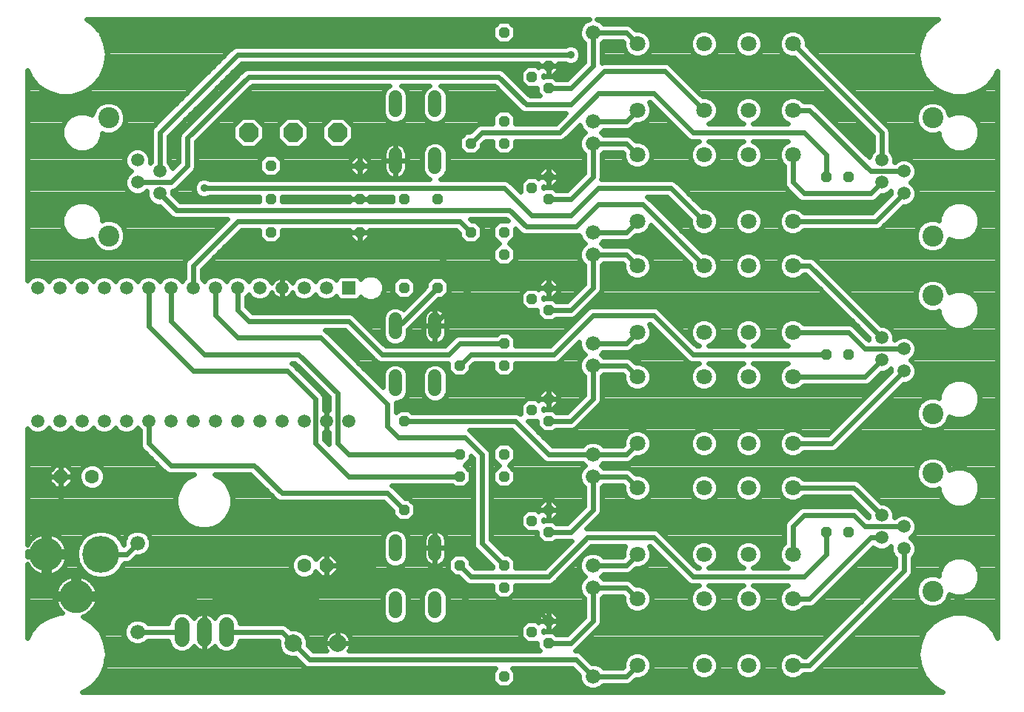
<source format=gbl>
G75*
%MOIN*%
%OFA0B0*%
%FSLAX24Y24*%
%IPPOS*%
%LPD*%
%AMOC8*
5,1,8,0,0,1.08239X$1,22.5*
%
%ADD10C,0.0660*%
%ADD11OC8,0.0480*%
%ADD12C,0.0945*%
%ADD13C,0.0591*%
%ADD14C,0.0709*%
%ADD15C,0.0600*%
%ADD16OC8,0.0850*%
%ADD17C,0.0660*%
%ADD18OC8,0.0630*%
%ADD19C,0.0630*%
%ADD20C,0.0787*%
%ADD21R,0.0591X0.0591*%
%ADD22C,0.1660*%
%ADD23C,0.1502*%
%ADD24C,0.0240*%
%ADD25C,0.0354*%
D10*
X007500Y003220D03*
X007500Y007220D03*
X028000Y006220D03*
X028000Y005220D03*
X028000Y001220D03*
X028000Y010220D03*
X028000Y011220D03*
X028000Y015220D03*
X028000Y016220D03*
X028000Y020220D03*
X028000Y021220D03*
X028000Y025220D03*
X028000Y026220D03*
X028000Y030220D03*
D11*
X026000Y028720D03*
X025250Y028220D03*
X026000Y027720D03*
X024000Y026220D03*
X024000Y025220D03*
X022500Y025220D03*
X025250Y023220D03*
X026000Y022720D03*
X026000Y023720D03*
X024000Y021220D03*
X022500Y021220D03*
X024000Y020220D03*
X026000Y018720D03*
X025250Y018220D03*
X026000Y017720D03*
X024000Y016220D03*
X024000Y015220D03*
X022000Y015220D03*
X025250Y013220D03*
X026000Y012720D03*
X026000Y013720D03*
X024000Y011220D03*
X024000Y010220D03*
X022000Y010220D03*
X022000Y011220D03*
X019500Y012720D03*
X019500Y008720D03*
X022000Y006220D03*
X024000Y006220D03*
X024000Y005220D03*
X026000Y003720D03*
X025250Y003220D03*
X026000Y002720D03*
X024000Y001220D03*
X026000Y007720D03*
X025250Y008220D03*
X026000Y008720D03*
X038500Y007720D03*
X039500Y007720D03*
X039500Y015720D03*
X038500Y015720D03*
X038500Y023720D03*
X039500Y023720D03*
X024000Y030220D03*
X017500Y024220D03*
X017500Y022720D03*
X017500Y021220D03*
X019500Y022720D03*
X021000Y022720D03*
X021000Y018720D03*
X019500Y018720D03*
X013500Y021220D03*
X013500Y022720D03*
X013500Y024220D03*
D12*
X006201Y026377D03*
X006201Y021063D03*
X043299Y021063D03*
X043299Y018377D03*
X043299Y013063D03*
X043299Y010377D03*
X043299Y005063D03*
X043299Y026377D03*
D13*
X041000Y024470D03*
X042000Y023970D03*
X041000Y023470D03*
X042000Y022970D03*
X041000Y016470D03*
X042000Y015970D03*
X041000Y015470D03*
X042000Y014970D03*
X041000Y008470D03*
X042000Y007970D03*
X041000Y007470D03*
X042000Y006970D03*
X017000Y012720D03*
X016000Y012720D03*
X015000Y012720D03*
X014000Y012720D03*
X013000Y012720D03*
X012000Y012720D03*
X011000Y012720D03*
X010000Y012720D03*
X009000Y012720D03*
X008000Y012720D03*
X007000Y012720D03*
X006000Y012720D03*
X005000Y012720D03*
X004000Y012720D03*
X003000Y012720D03*
X003000Y018720D03*
X004000Y018720D03*
X005000Y018720D03*
X006000Y018720D03*
X007000Y018720D03*
X008000Y018720D03*
X009000Y018720D03*
X010000Y018720D03*
X011000Y018720D03*
X012000Y018720D03*
X013000Y018720D03*
X014000Y018720D03*
X015000Y018720D03*
X016000Y018720D03*
X008500Y022970D03*
X007500Y023470D03*
X008500Y023970D03*
X007500Y024470D03*
D14*
X030000Y024720D03*
X030000Y026720D03*
X033000Y026720D03*
X035000Y026720D03*
X037000Y026720D03*
X037000Y024720D03*
X035000Y024720D03*
X033000Y024720D03*
X033000Y021720D03*
X035000Y021720D03*
X037000Y021720D03*
X037000Y019720D03*
X035000Y019720D03*
X033000Y019720D03*
X030000Y019720D03*
X030000Y021720D03*
X030000Y016720D03*
X030000Y014720D03*
X033000Y014720D03*
X035000Y014720D03*
X037000Y014720D03*
X037000Y016720D03*
X035000Y016720D03*
X033000Y016720D03*
X033000Y011720D03*
X035000Y011720D03*
X037000Y011720D03*
X037000Y009720D03*
X035000Y009720D03*
X033000Y009720D03*
X030000Y009720D03*
X030000Y011720D03*
X030000Y006720D03*
X030000Y004720D03*
X033000Y004720D03*
X035000Y004720D03*
X037000Y004720D03*
X037000Y006720D03*
X035000Y006720D03*
X033000Y006720D03*
X033000Y001720D03*
X035000Y001720D03*
X037000Y001720D03*
X030000Y001720D03*
X030000Y029720D03*
X033000Y029720D03*
X035000Y029720D03*
X037000Y029720D03*
D15*
X020890Y027300D02*
X020890Y026700D01*
X019110Y026700D02*
X019110Y027300D01*
X019110Y024740D02*
X019110Y024140D01*
X020890Y024140D02*
X020890Y024740D01*
X020890Y017300D02*
X020890Y016700D01*
X019110Y016700D02*
X019110Y017300D01*
X019110Y014740D02*
X019110Y014140D01*
X020890Y014140D02*
X020890Y014740D01*
X020890Y007300D02*
X020890Y006700D01*
X019110Y006700D02*
X019110Y007300D01*
X019110Y004740D02*
X019110Y004140D01*
X020890Y004140D02*
X020890Y004740D01*
D16*
X016500Y025720D03*
X014500Y025720D03*
X012500Y025720D03*
D17*
X011500Y003550D02*
X011500Y002890D01*
X010500Y002890D02*
X010500Y003550D01*
X009500Y003550D02*
X009500Y002890D01*
D18*
X016000Y006220D03*
X004050Y010220D03*
D19*
X005450Y010220D03*
X015000Y006220D03*
D20*
X014508Y002710D03*
X016508Y002710D03*
D21*
X017000Y018720D03*
D22*
X005854Y006720D03*
D23*
X003394Y006720D03*
X004732Y004830D03*
D24*
X002530Y006275D02*
X002530Y002933D01*
X002668Y003236D01*
X002668Y003236D01*
X003019Y003641D01*
X003019Y003641D01*
X003469Y003930D01*
X003469Y003930D01*
X003982Y004081D01*
X004114Y004081D01*
X004084Y004105D01*
X004007Y004182D01*
X003939Y004267D01*
X003881Y004360D01*
X003834Y004458D01*
X003798Y004561D01*
X003773Y004667D01*
X003768Y004710D01*
X004612Y004710D01*
X004612Y004950D01*
X003768Y004950D01*
X003773Y004993D01*
X003798Y005100D01*
X003834Y005202D01*
X003881Y005301D01*
X003939Y005393D01*
X004007Y005478D01*
X004084Y005556D01*
X004169Y005624D01*
X004262Y005682D01*
X004360Y005729D01*
X004463Y005765D01*
X004569Y005789D01*
X004612Y005794D01*
X004612Y004950D01*
X004852Y004950D01*
X004852Y005794D01*
X004895Y005789D01*
X005002Y005765D01*
X005105Y005729D01*
X005203Y005682D01*
X005295Y005624D01*
X005380Y005556D01*
X005458Y005478D01*
X005526Y005393D01*
X005584Y005301D01*
X005631Y005202D01*
X005667Y005100D01*
X005691Y004993D01*
X005696Y004950D01*
X004852Y004950D01*
X004852Y004710D01*
X005696Y004710D01*
X005691Y004667D01*
X005667Y004561D01*
X005631Y004458D01*
X005584Y004360D01*
X005526Y004267D01*
X005458Y004182D01*
X005380Y004105D01*
X005295Y004037D01*
X005203Y003979D01*
X005105Y003932D01*
X005055Y003914D01*
X005481Y003641D01*
X005481Y003641D01*
X005832Y003236D01*
X005832Y003236D01*
X006054Y002750D01*
X006054Y002750D01*
X006130Y002220D01*
X006054Y001690D01*
X006054Y001690D01*
X005832Y001204D01*
X005832Y001204D01*
X005481Y000799D01*
X005481Y000799D01*
X005481Y000799D01*
X005031Y000510D01*
X005031Y000510D01*
X004997Y000500D01*
X043753Y000500D01*
X043719Y000510D01*
X043719Y000510D01*
X043269Y000799D01*
X043269Y000799D01*
X042918Y001204D01*
X042918Y001204D01*
X042696Y001690D01*
X042696Y001690D01*
X042620Y002220D01*
X042620Y002220D01*
X042696Y002750D01*
X042696Y002750D01*
X042918Y003236D01*
X042918Y003236D01*
X043269Y003641D01*
X043269Y003641D01*
X043719Y003930D01*
X044232Y004081D01*
X044768Y004081D01*
X045281Y003930D01*
X045731Y003641D01*
X045731Y003641D01*
X046082Y003236D01*
X046082Y003236D01*
X046212Y002950D01*
X046212Y028490D01*
X046082Y028204D01*
X046082Y028204D01*
X045731Y027799D01*
X045731Y027799D01*
X045731Y027799D01*
X045281Y027510D01*
X045281Y027510D01*
X044768Y027359D01*
X044232Y027359D01*
X043719Y027510D01*
X043719Y027510D01*
X043269Y027799D01*
X043269Y027799D01*
X042918Y028204D01*
X042918Y028204D01*
X042696Y028690D01*
X042696Y028690D01*
X042620Y029220D01*
X042620Y029220D01*
X042696Y029750D01*
X042696Y029750D01*
X042918Y030236D01*
X042918Y030236D01*
X043269Y030641D01*
X043269Y030641D01*
X043532Y030810D01*
X028169Y030810D01*
X028346Y030737D01*
X028463Y030620D01*
X029580Y030620D01*
X029727Y030559D01*
X029931Y030354D01*
X030126Y030354D01*
X030359Y030258D01*
X030538Y030079D01*
X030634Y029846D01*
X030634Y029594D01*
X030538Y029361D01*
X030359Y029182D01*
X030126Y029086D01*
X029874Y029086D01*
X029641Y029182D01*
X029462Y029361D01*
X029366Y029594D01*
X029366Y029789D01*
X029334Y029820D01*
X028463Y029820D01*
X028400Y029757D01*
X028400Y028862D01*
X028420Y028870D01*
X031330Y028870D01*
X031477Y028809D01*
X031589Y028697D01*
X032931Y027354D01*
X033126Y027354D01*
X033359Y027258D01*
X033538Y027079D01*
X033634Y026846D01*
X033634Y026594D01*
X033538Y026361D01*
X033359Y026182D01*
X033209Y026120D01*
X034791Y026120D01*
X034641Y026182D01*
X034462Y026361D01*
X034366Y026594D01*
X034366Y026846D01*
X034462Y027079D01*
X034641Y027258D01*
X034874Y027354D01*
X035126Y027354D01*
X035359Y027258D01*
X035538Y027079D01*
X035634Y026846D01*
X035634Y026594D01*
X035538Y026361D01*
X035359Y026182D01*
X035209Y026120D01*
X036791Y026120D01*
X036641Y026182D01*
X036462Y026361D01*
X036366Y026594D01*
X036366Y026846D01*
X036462Y027079D01*
X036641Y027258D01*
X036874Y027354D01*
X037126Y027354D01*
X037359Y027258D01*
X037497Y027120D01*
X037830Y027120D01*
X037977Y027059D01*
X038089Y026947D01*
X040432Y024603D01*
X040512Y024796D01*
X040600Y024884D01*
X040600Y025554D01*
X037069Y029086D01*
X036874Y029086D01*
X036641Y029182D01*
X036462Y029361D01*
X036366Y029594D01*
X036366Y029846D01*
X036462Y030079D01*
X036641Y030258D01*
X036874Y030354D01*
X037126Y030354D01*
X037359Y030258D01*
X037538Y030079D01*
X037634Y029846D01*
X037634Y029651D01*
X041227Y026059D01*
X041227Y026059D01*
X041339Y025947D01*
X041400Y025800D01*
X041400Y024884D01*
X041488Y024796D01*
X041575Y024584D01*
X041575Y024370D01*
X041586Y024370D01*
X041674Y024458D01*
X041886Y024545D01*
X042114Y024545D01*
X042326Y024458D01*
X042488Y024296D01*
X042575Y024084D01*
X042575Y023856D01*
X042488Y023644D01*
X042326Y023482D01*
X042296Y023470D01*
X042326Y023458D01*
X042488Y023296D01*
X042575Y023084D01*
X042575Y022856D01*
X042488Y022644D01*
X042326Y022482D01*
X042114Y022395D01*
X041990Y022395D01*
X040977Y021381D01*
X040830Y021320D01*
X037497Y021320D01*
X037359Y021182D01*
X037126Y021086D01*
X036874Y021086D01*
X036641Y021182D01*
X036462Y021361D01*
X036366Y021594D01*
X036366Y021846D01*
X036462Y022079D01*
X036641Y022258D01*
X036874Y022354D01*
X037126Y022354D01*
X037359Y022258D01*
X037497Y022120D01*
X040584Y022120D01*
X041425Y022960D01*
X041425Y023081D01*
X041326Y022982D01*
X041114Y022895D01*
X040990Y022895D01*
X040839Y022743D01*
X040727Y022631D01*
X040580Y022570D01*
X037420Y022570D01*
X037273Y022631D01*
X036773Y023131D01*
X036661Y023243D01*
X036600Y023390D01*
X036600Y024223D01*
X036462Y024361D01*
X036366Y024594D01*
X036366Y024846D01*
X036462Y025079D01*
X036641Y025258D01*
X036791Y025320D01*
X035209Y025320D01*
X035359Y025258D01*
X035538Y025079D01*
X035634Y024846D01*
X035634Y024594D01*
X035538Y024361D01*
X035359Y024182D01*
X035126Y024086D01*
X034874Y024086D01*
X034641Y024182D01*
X034462Y024361D01*
X034366Y024594D01*
X034366Y024846D01*
X034462Y025079D01*
X034641Y025258D01*
X034791Y025320D01*
X033209Y025320D01*
X033359Y025258D01*
X033538Y025079D01*
X033634Y024846D01*
X033634Y024594D01*
X033538Y024361D01*
X033359Y024182D01*
X033126Y024086D01*
X032874Y024086D01*
X032641Y024182D01*
X032462Y024361D01*
X032366Y024594D01*
X032366Y024846D01*
X032462Y025079D01*
X032641Y025258D01*
X032791Y025320D01*
X032420Y025320D01*
X032273Y025381D01*
X030584Y027070D01*
X030542Y027070D01*
X030634Y026846D01*
X030634Y026594D01*
X030538Y026361D01*
X030359Y026182D01*
X030126Y026086D01*
X029931Y026086D01*
X029727Y025881D01*
X029580Y025820D01*
X028463Y025820D01*
X028363Y025720D01*
X028463Y025620D01*
X029580Y025620D01*
X029727Y025559D01*
X029931Y025354D01*
X030126Y025354D01*
X030359Y025258D01*
X030538Y025079D01*
X030634Y024846D01*
X030634Y024594D01*
X030538Y024361D01*
X030359Y024182D01*
X030126Y024086D01*
X029874Y024086D01*
X029641Y024182D01*
X029462Y024361D01*
X029366Y024594D01*
X029366Y024789D01*
X029334Y024820D01*
X028463Y024820D01*
X028400Y024757D01*
X028400Y023640D01*
X028392Y023620D01*
X031580Y023620D01*
X031727Y023559D01*
X031839Y023447D01*
X032931Y022354D01*
X033126Y022354D01*
X033359Y022258D01*
X033538Y022079D01*
X033634Y021846D01*
X033634Y021594D01*
X033538Y021361D01*
X033359Y021182D01*
X033126Y021086D01*
X032874Y021086D01*
X032641Y021182D01*
X032462Y021361D01*
X032366Y021594D01*
X032366Y021789D01*
X031334Y022820D01*
X030450Y022820D01*
X030477Y022809D01*
X032931Y020354D01*
X033126Y020354D01*
X033359Y020258D01*
X033538Y020079D01*
X033634Y019846D01*
X033634Y019594D01*
X033538Y019361D01*
X033359Y019182D01*
X033126Y019086D01*
X032874Y019086D01*
X032641Y019182D01*
X032462Y019361D01*
X032366Y019594D01*
X032366Y019789D01*
X030613Y021542D01*
X030538Y021361D01*
X030359Y021182D01*
X030126Y021086D01*
X029931Y021086D01*
X029727Y020881D01*
X029580Y020820D01*
X028463Y020820D01*
X028363Y020720D01*
X028463Y020620D01*
X029580Y020620D01*
X029727Y020559D01*
X029931Y020354D01*
X030126Y020354D01*
X030359Y020258D01*
X030538Y020079D01*
X030634Y019846D01*
X030634Y019594D01*
X030538Y019361D01*
X030359Y019182D01*
X030126Y019086D01*
X029874Y019086D01*
X029641Y019182D01*
X029462Y019361D01*
X029366Y019594D01*
X029366Y019789D01*
X029334Y019820D01*
X028463Y019820D01*
X028400Y019757D01*
X028400Y018640D01*
X028339Y018493D01*
X028227Y018381D01*
X027227Y017381D01*
X027080Y017320D01*
X026335Y017320D01*
X026215Y017200D01*
X025785Y017200D01*
X025480Y017505D01*
X025480Y017715D01*
X025465Y017700D01*
X025035Y017700D01*
X024730Y018005D01*
X024730Y018435D01*
X025035Y018740D01*
X025465Y018740D01*
X025540Y018665D01*
X025540Y018720D01*
X026000Y018720D01*
X022500Y018720D01*
X020890Y017110D01*
X020890Y017000D01*
X021410Y017000D01*
X021410Y017341D01*
X021397Y017422D01*
X021372Y017500D01*
X021335Y017573D01*
X021287Y017639D01*
X021229Y017697D01*
X021163Y017745D01*
X021090Y017782D01*
X021012Y017807D01*
X020931Y017820D01*
X020890Y017820D01*
X020890Y017000D01*
X020890Y017000D01*
X020890Y017000D01*
X021410Y017000D01*
X021410Y016659D01*
X021397Y016578D01*
X021372Y016500D01*
X021335Y016427D01*
X021287Y016361D01*
X021229Y016303D01*
X021163Y016255D01*
X021090Y016218D01*
X021012Y016193D01*
X020931Y016180D01*
X020890Y016180D01*
X020890Y017000D01*
X020890Y017000D01*
X020890Y017000D01*
X020370Y017000D01*
X020370Y017341D01*
X020383Y017422D01*
X020408Y017500D01*
X020445Y017573D01*
X020493Y017639D01*
X020551Y017697D01*
X020617Y017745D01*
X020690Y017782D01*
X020768Y017807D01*
X020849Y017820D01*
X020890Y017820D01*
X020890Y017000D01*
X020890Y016180D01*
X020849Y016180D01*
X020768Y016193D01*
X020690Y016218D01*
X020617Y016255D01*
X020551Y016303D01*
X020493Y016361D01*
X020445Y016427D01*
X020408Y016500D01*
X020383Y016578D01*
X020370Y016659D01*
X020370Y017000D01*
X020890Y017000D01*
X020890Y017001D02*
X020890Y017001D01*
X020890Y016763D02*
X020890Y016763D01*
X020890Y016524D02*
X020890Y016524D01*
X020890Y016286D02*
X020890Y016286D01*
X021204Y016286D02*
X021500Y016286D01*
X021661Y016447D02*
X021334Y016120D01*
X018666Y016120D01*
X017227Y017559D01*
X017080Y017620D01*
X012666Y017620D01*
X012400Y017886D01*
X012400Y018306D01*
X012488Y018394D01*
X012500Y018424D01*
X012512Y018394D01*
X012674Y018232D01*
X012886Y018145D01*
X013114Y018145D01*
X013326Y018232D01*
X013488Y018394D01*
X013533Y018502D01*
X013559Y018450D01*
X013607Y018384D01*
X013664Y018327D01*
X013730Y018279D01*
X013802Y018242D01*
X013879Y018217D01*
X013959Y018205D01*
X014000Y018205D01*
X014041Y018205D01*
X014121Y018217D01*
X014198Y018242D01*
X014270Y018279D01*
X014336Y018327D01*
X014393Y018384D01*
X014441Y018450D01*
X014467Y018502D01*
X014512Y018394D01*
X014674Y018232D01*
X014886Y018145D01*
X015114Y018145D01*
X015326Y018232D01*
X015488Y018394D01*
X015500Y018424D01*
X015512Y018394D01*
X015674Y018232D01*
X015886Y018145D01*
X016114Y018145D01*
X016326Y018232D01*
X016436Y018342D01*
X016467Y018266D01*
X016546Y018187D01*
X016649Y018145D01*
X017351Y018145D01*
X017454Y018187D01*
X017533Y018266D01*
X017552Y018313D01*
X017657Y018207D01*
X017880Y018115D01*
X018120Y018115D01*
X018343Y018207D01*
X018513Y018377D01*
X018605Y018600D01*
X018605Y018840D01*
X018513Y019063D01*
X018343Y019233D01*
X018120Y019325D01*
X017880Y019325D01*
X017657Y019233D01*
X017552Y019127D01*
X017533Y019174D01*
X017454Y019253D01*
X017351Y019295D01*
X016649Y019295D01*
X016546Y019253D01*
X016467Y019174D01*
X016436Y019098D01*
X016326Y019208D01*
X016114Y019295D01*
X015886Y019295D01*
X015674Y019208D01*
X015512Y019046D01*
X015500Y019016D01*
X015488Y019046D01*
X015326Y019208D01*
X015114Y019295D01*
X014886Y019295D01*
X014674Y019208D01*
X014512Y019046D01*
X014467Y018938D01*
X014441Y018990D01*
X014393Y019056D01*
X014336Y019113D01*
X014270Y019161D01*
X014198Y019198D01*
X014121Y019223D01*
X014041Y019235D01*
X014000Y019235D01*
X013959Y019235D01*
X013879Y019223D01*
X013802Y019198D01*
X013730Y019161D01*
X013664Y019113D01*
X013607Y019056D01*
X013559Y018990D01*
X013533Y018938D01*
X013488Y019046D01*
X013326Y019208D01*
X013114Y019295D01*
X012886Y019295D01*
X012674Y019208D01*
X012512Y019046D01*
X012500Y019016D01*
X012488Y019046D01*
X012326Y019208D01*
X012114Y019295D01*
X011886Y019295D01*
X011674Y019208D01*
X011512Y019046D01*
X011500Y019016D01*
X011488Y019046D01*
X011326Y019208D01*
X011114Y019295D01*
X010886Y019295D01*
X010674Y019208D01*
X010512Y019046D01*
X010500Y019016D01*
X010488Y019046D01*
X010400Y019134D01*
X010400Y019554D01*
X012166Y021320D01*
X012980Y021320D01*
X012980Y021005D01*
X013285Y020700D01*
X013715Y020700D01*
X014020Y021005D01*
X014020Y021320D01*
X017040Y021320D01*
X017040Y021220D01*
X017500Y021220D01*
X020000Y021220D01*
X022500Y018720D01*
X021520Y018671D02*
X024965Y018671D01*
X024730Y018432D02*
X021447Y018432D01*
X021520Y018505D02*
X021215Y018200D01*
X021046Y018200D01*
X019690Y016844D01*
X019690Y016585D01*
X019602Y016371D01*
X019439Y016208D01*
X019225Y016120D01*
X018995Y016120D01*
X018781Y016208D01*
X018618Y016371D01*
X018530Y016585D01*
X018530Y017415D01*
X018618Y017629D01*
X018781Y017792D01*
X018995Y017880D01*
X019225Y017880D01*
X019439Y017792D01*
X019472Y017758D01*
X020480Y018766D01*
X020480Y018935D01*
X020785Y019240D01*
X021215Y019240D01*
X021520Y018935D01*
X021520Y018505D01*
X021520Y018909D02*
X025540Y018909D01*
X025540Y018911D02*
X025540Y018720D01*
X026000Y018720D01*
X026000Y018720D01*
X026000Y019180D01*
X026191Y019180D01*
X026460Y018911D01*
X026460Y018720D01*
X026000Y018720D01*
X026000Y018720D01*
X026000Y018720D01*
X026000Y019180D01*
X025809Y019180D01*
X025540Y018911D01*
X025535Y018671D02*
X025540Y018671D01*
X025770Y018299D02*
X025809Y018260D01*
X026000Y018260D01*
X026191Y018260D01*
X026460Y018529D01*
X026460Y018720D01*
X026000Y018720D01*
X026000Y018260D01*
X026000Y018720D01*
X026000Y018720D01*
X026000Y018671D02*
X026000Y018671D01*
X026000Y018909D02*
X026000Y018909D01*
X026000Y019148D02*
X026000Y019148D01*
X026223Y019148D02*
X027600Y019148D01*
X027600Y019386D02*
X010400Y019386D01*
X010400Y019148D02*
X010614Y019148D01*
X010470Y019625D02*
X027600Y019625D01*
X027600Y019757D02*
X027600Y018886D01*
X026834Y018120D01*
X026335Y018120D01*
X026215Y018240D01*
X025785Y018240D01*
X025770Y018225D01*
X025770Y018299D01*
X026000Y018432D02*
X026000Y018432D01*
X026262Y018194D02*
X026908Y018194D01*
X027146Y018432D02*
X026363Y018432D01*
X026460Y018671D02*
X027385Y018671D01*
X027600Y018909D02*
X026460Y018909D01*
X025777Y019148D02*
X021308Y019148D01*
X021000Y018720D02*
X019280Y017000D01*
X019110Y017000D01*
X019690Y016763D02*
X020370Y016763D01*
X020370Y017001D02*
X019847Y017001D01*
X020085Y017240D02*
X020370Y017240D01*
X020401Y017478D02*
X020324Y017478D01*
X020562Y017717D02*
X020579Y017717D01*
X020890Y017717D02*
X020890Y017717D01*
X020890Y017478D02*
X020890Y017478D01*
X020890Y017240D02*
X020890Y017240D01*
X021410Y017240D02*
X025745Y017240D01*
X025507Y017478D02*
X021379Y017478D01*
X021201Y017717D02*
X025018Y017717D01*
X024780Y017955D02*
X020801Y017955D01*
X021039Y018194D02*
X024730Y018194D01*
X026000Y017720D02*
X027000Y017720D01*
X028000Y018720D01*
X028000Y020220D01*
X029500Y020220D01*
X030000Y019720D01*
X030516Y020102D02*
X032053Y020102D01*
X031814Y020340D02*
X030161Y020340D01*
X029680Y020579D02*
X031576Y020579D01*
X031337Y020817D02*
X028460Y020817D01*
X028000Y021220D02*
X029500Y021220D01*
X030000Y021720D01*
X030471Y021294D02*
X030860Y021294D01*
X030622Y021533D02*
X030609Y021533D01*
X031099Y021056D02*
X029901Y021056D01*
X031276Y022010D02*
X032145Y022010D01*
X032366Y021771D02*
X031515Y021771D01*
X031753Y021533D02*
X032391Y021533D01*
X032529Y021294D02*
X031992Y021294D01*
X032230Y021056D02*
X042547Y021056D01*
X042547Y020913D02*
X042661Y020636D01*
X042873Y020425D01*
X043150Y020310D01*
X043449Y020310D01*
X043725Y020425D01*
X043937Y020636D01*
X044052Y020913D01*
X044052Y020921D01*
X044319Y020810D01*
X044681Y020810D01*
X045015Y020949D01*
X045271Y021205D01*
X045410Y021539D01*
X045410Y021901D01*
X045271Y022235D01*
X045015Y022491D01*
X044681Y022630D01*
X044319Y022630D01*
X043985Y022491D01*
X043729Y022235D01*
X043590Y021901D01*
X043590Y021756D01*
X043449Y021815D01*
X043150Y021815D01*
X042873Y021700D01*
X042661Y021489D01*
X042547Y021212D01*
X042547Y020913D01*
X042586Y020817D02*
X032469Y020817D01*
X032707Y020579D02*
X042719Y020579D01*
X043077Y020340D02*
X037161Y020340D01*
X037126Y020354D02*
X037359Y020258D01*
X037497Y020120D01*
X037830Y020120D01*
X037977Y020059D01*
X038089Y019947D01*
X038089Y019947D01*
X040990Y017045D01*
X041114Y017045D01*
X041326Y016958D01*
X041488Y016796D01*
X041575Y016584D01*
X041575Y016370D01*
X041586Y016370D01*
X041674Y016458D01*
X041886Y016545D01*
X042114Y016545D01*
X042326Y016458D01*
X042488Y016296D01*
X042575Y016084D01*
X042575Y015856D01*
X042488Y015644D01*
X042326Y015482D01*
X042296Y015470D01*
X042326Y015458D01*
X042488Y015296D01*
X042575Y015084D01*
X042575Y014856D01*
X042488Y014644D01*
X042326Y014482D01*
X042114Y014395D01*
X041990Y014395D01*
X038977Y011381D01*
X038830Y011320D01*
X037497Y011320D01*
X037359Y011182D01*
X037126Y011086D01*
X036874Y011086D01*
X036641Y011182D01*
X036462Y011361D01*
X036366Y011594D01*
X036366Y011846D01*
X036462Y012079D01*
X036641Y012258D01*
X036874Y012354D01*
X037126Y012354D01*
X037359Y012258D01*
X037497Y012120D01*
X038584Y012120D01*
X041425Y014960D01*
X041425Y015081D01*
X041326Y014982D01*
X041114Y014895D01*
X040990Y014895D01*
X040477Y014381D01*
X040330Y014320D01*
X037497Y014320D01*
X037359Y014182D01*
X037126Y014086D01*
X036874Y014086D01*
X036641Y014182D01*
X036462Y014361D01*
X036366Y014594D01*
X036366Y014846D01*
X036462Y015079D01*
X036641Y015258D01*
X036791Y015320D01*
X035209Y015320D01*
X035359Y015258D01*
X035538Y015079D01*
X035634Y014846D01*
X035634Y014594D01*
X035538Y014361D01*
X035359Y014182D01*
X035126Y014086D01*
X034874Y014086D01*
X034641Y014182D01*
X034462Y014361D01*
X034366Y014594D01*
X034366Y014846D01*
X034462Y015079D01*
X034641Y015258D01*
X034791Y015320D01*
X033209Y015320D01*
X033359Y015258D01*
X033538Y015079D01*
X033634Y014846D01*
X033634Y014594D01*
X033538Y014361D01*
X033359Y014182D01*
X033126Y014086D01*
X032874Y014086D01*
X032641Y014182D01*
X032462Y014361D01*
X032366Y014594D01*
X032366Y014846D01*
X032462Y015079D01*
X032641Y015258D01*
X032791Y015320D01*
X032420Y015320D01*
X032273Y015381D01*
X030584Y017070D01*
X030542Y017070D01*
X030634Y016846D01*
X030634Y016594D01*
X030538Y016361D01*
X030359Y016182D01*
X030126Y016086D01*
X029931Y016086D01*
X029727Y015881D01*
X029580Y015820D01*
X028463Y015820D01*
X028363Y015720D01*
X028463Y015620D01*
X029580Y015620D01*
X029727Y015559D01*
X029931Y015354D01*
X030126Y015354D01*
X030359Y015258D01*
X030538Y015079D01*
X030634Y014846D01*
X030634Y014594D01*
X030538Y014361D01*
X030359Y014182D01*
X030126Y014086D01*
X029874Y014086D01*
X029641Y014182D01*
X029462Y014361D01*
X029366Y014594D01*
X029366Y014789D01*
X029334Y014820D01*
X028463Y014820D01*
X028400Y014757D01*
X028400Y013640D01*
X028339Y013493D01*
X028227Y013381D01*
X027227Y012381D01*
X027080Y012320D01*
X026335Y012320D01*
X026215Y012200D01*
X025785Y012200D01*
X025480Y012505D01*
X025480Y012715D01*
X025465Y012700D01*
X025086Y012700D01*
X026166Y011620D01*
X027537Y011620D01*
X027654Y011737D01*
X027879Y011830D01*
X028121Y011830D01*
X028346Y011737D01*
X028463Y011620D01*
X029334Y011620D01*
X029366Y011651D01*
X029366Y011846D01*
X029462Y012079D01*
X029641Y012258D01*
X029874Y012354D01*
X030126Y012354D01*
X030359Y012258D01*
X030538Y012079D01*
X030634Y011846D01*
X030634Y011594D01*
X030538Y011361D01*
X030359Y011182D01*
X030126Y011086D01*
X029931Y011086D01*
X029727Y010881D01*
X029580Y010820D01*
X028463Y010820D01*
X028363Y010720D01*
X028463Y010620D01*
X029580Y010620D01*
X029727Y010559D01*
X029931Y010354D01*
X030126Y010354D01*
X030359Y010258D01*
X030538Y010079D01*
X030634Y009846D01*
X032366Y009846D01*
X032366Y009594D01*
X032462Y009361D01*
X032641Y009182D01*
X032874Y009086D01*
X033126Y009086D01*
X033359Y009182D01*
X033538Y009361D01*
X033634Y009594D01*
X033634Y009846D01*
X034366Y009846D01*
X034366Y009594D01*
X034462Y009361D01*
X034641Y009182D01*
X034874Y009086D01*
X035126Y009086D01*
X035359Y009182D01*
X035538Y009361D01*
X035634Y009594D01*
X035634Y009846D01*
X036366Y009846D01*
X036366Y009594D01*
X036462Y009361D01*
X036641Y009182D01*
X036874Y009086D01*
X037126Y009086D01*
X037359Y009182D01*
X037497Y009320D01*
X039584Y009320D01*
X040425Y008480D01*
X040425Y008370D01*
X040416Y008370D01*
X040089Y008697D01*
X039977Y008809D01*
X039830Y008870D01*
X037420Y008870D01*
X037273Y008809D01*
X036773Y008309D01*
X036661Y008197D01*
X036600Y008050D01*
X036600Y007217D01*
X036462Y007079D01*
X036366Y006846D01*
X036366Y006594D01*
X036462Y006361D01*
X036641Y006182D01*
X036791Y006120D01*
X035209Y006120D01*
X035359Y006182D01*
X035538Y006361D01*
X035634Y006594D01*
X035634Y006846D01*
X035538Y007079D01*
X035359Y007258D01*
X035126Y007354D01*
X034874Y007354D01*
X034641Y007258D01*
X034462Y007079D01*
X034366Y006846D01*
X034366Y006594D01*
X034462Y006361D01*
X034641Y006182D01*
X034791Y006120D01*
X033209Y006120D01*
X033359Y006182D01*
X033538Y006361D01*
X033634Y006594D01*
X033634Y006846D01*
X033538Y007079D01*
X033359Y007258D01*
X033126Y007354D01*
X032874Y007354D01*
X032641Y007258D01*
X032462Y007079D01*
X032366Y006846D01*
X032366Y006594D01*
X032462Y006361D01*
X032641Y006182D01*
X032791Y006120D01*
X032666Y006120D01*
X031089Y007697D01*
X030977Y007809D01*
X030830Y007870D01*
X027716Y007870D01*
X028227Y008381D01*
X028339Y008493D01*
X028400Y008640D01*
X028400Y009757D01*
X028463Y009820D01*
X029334Y009820D01*
X029366Y009789D01*
X029366Y009594D01*
X029462Y009361D01*
X029641Y009182D01*
X029874Y009086D01*
X030126Y009086D01*
X030359Y009182D01*
X030538Y009361D01*
X030634Y009594D01*
X030634Y009846D01*
X030634Y009608D02*
X032366Y009608D01*
X032366Y009846D02*
X032462Y010079D01*
X032641Y010258D01*
X032874Y010354D01*
X033126Y010354D01*
X033359Y010258D01*
X033538Y010079D01*
X033634Y009846D01*
X033634Y009608D02*
X034366Y009608D01*
X034366Y009846D02*
X034462Y010079D01*
X034641Y010258D01*
X034874Y010354D01*
X035126Y010354D01*
X035359Y010258D01*
X035538Y010079D01*
X035634Y009846D01*
X035634Y009608D02*
X036366Y009608D01*
X036366Y009846D02*
X036462Y010079D01*
X036641Y010258D01*
X036874Y010354D01*
X037126Y010354D01*
X037359Y010258D01*
X037497Y010120D01*
X039830Y010120D01*
X039977Y010059D01*
X040990Y009045D01*
X041114Y009045D01*
X041326Y008958D01*
X041488Y008796D01*
X041575Y008584D01*
X041575Y008370D01*
X041586Y008370D01*
X041674Y008458D01*
X041886Y008545D01*
X042114Y008545D01*
X042326Y008458D01*
X042488Y008296D01*
X042575Y008084D01*
X042575Y007856D01*
X042488Y007644D01*
X042326Y007482D01*
X042296Y007470D01*
X042326Y007458D01*
X042488Y007296D01*
X042575Y007084D01*
X042575Y006856D01*
X042488Y006644D01*
X042400Y006556D01*
X042400Y005890D01*
X042339Y005743D01*
X038089Y001493D01*
X037977Y001381D01*
X037830Y001320D01*
X037497Y001320D01*
X037359Y001182D01*
X037126Y001086D01*
X036874Y001086D01*
X036641Y001182D01*
X036462Y001361D01*
X036366Y001594D01*
X036366Y001846D01*
X036462Y002079D01*
X036641Y002258D01*
X036874Y002354D01*
X037126Y002354D01*
X037359Y002258D01*
X037497Y002120D01*
X037584Y002120D01*
X041600Y006136D01*
X041600Y006556D01*
X041512Y006644D01*
X041425Y006856D01*
X041425Y007081D01*
X041326Y006982D01*
X041114Y006895D01*
X040886Y006895D01*
X040674Y006982D01*
X040626Y007030D01*
X038089Y004493D01*
X037977Y004381D01*
X037830Y004320D01*
X037497Y004320D01*
X037359Y004182D01*
X037126Y004086D01*
X036874Y004086D01*
X036641Y004182D01*
X036462Y004361D01*
X036366Y004594D01*
X036366Y004846D01*
X036462Y005079D01*
X036641Y005258D01*
X036791Y005320D01*
X035209Y005320D01*
X035359Y005258D01*
X035538Y005079D01*
X035634Y004846D01*
X035634Y004594D01*
X035538Y004361D01*
X035359Y004182D01*
X035126Y004086D01*
X034874Y004086D01*
X034641Y004182D01*
X034462Y004361D01*
X034366Y004594D01*
X034366Y004846D01*
X034462Y005079D01*
X034641Y005258D01*
X034791Y005320D01*
X033209Y005320D01*
X033359Y005258D01*
X033538Y005079D01*
X033634Y004846D01*
X033634Y004594D01*
X033538Y004361D01*
X033359Y004182D01*
X033126Y004086D01*
X032874Y004086D01*
X032641Y004182D01*
X032462Y004361D01*
X032366Y004594D01*
X032366Y004846D01*
X032462Y005079D01*
X032641Y005258D01*
X032791Y005320D01*
X032420Y005320D01*
X032273Y005381D01*
X030584Y007070D01*
X030542Y007070D01*
X030634Y006846D01*
X030634Y006594D01*
X030538Y006361D01*
X030359Y006182D01*
X030126Y006086D01*
X029931Y006086D01*
X029727Y005881D01*
X029580Y005820D01*
X028463Y005820D01*
X028363Y005720D01*
X028463Y005620D01*
X029580Y005620D01*
X029727Y005559D01*
X029931Y005354D01*
X030126Y005354D01*
X030359Y005258D01*
X030538Y005079D01*
X030634Y004846D01*
X030634Y004594D01*
X030538Y004361D01*
X030359Y004182D01*
X030126Y004086D01*
X029874Y004086D01*
X029641Y004182D01*
X029462Y004361D01*
X029366Y004594D01*
X029366Y004789D01*
X029334Y004820D01*
X028463Y004820D01*
X028400Y004757D01*
X028400Y003640D01*
X028339Y003493D01*
X028227Y003381D01*
X027227Y002381D01*
X027200Y002370D01*
X027330Y002370D01*
X027477Y002309D01*
X027589Y002197D01*
X027956Y001830D01*
X028121Y001830D01*
X028346Y001737D01*
X029366Y001737D01*
X029366Y001651D02*
X029334Y001620D01*
X028463Y001620D01*
X028346Y001737D01*
X027810Y001976D02*
X029419Y001976D01*
X029462Y002079D02*
X029366Y001846D01*
X029366Y001651D01*
X029462Y002079D02*
X029641Y002258D01*
X029874Y002354D01*
X030126Y002354D01*
X030359Y002258D01*
X030538Y002079D01*
X030634Y001846D01*
X030634Y001594D01*
X030538Y001361D01*
X030359Y001182D01*
X030126Y001086D01*
X029931Y001086D01*
X029727Y000881D01*
X029580Y000820D01*
X028463Y000820D01*
X028346Y000703D01*
X028121Y000610D01*
X027879Y000610D01*
X027654Y000703D01*
X027483Y000874D01*
X027390Y001099D01*
X027390Y001264D01*
X027084Y001570D01*
X024385Y001570D01*
X024520Y001435D01*
X024520Y001005D01*
X024215Y000700D01*
X023785Y000700D01*
X023480Y001005D01*
X023480Y001435D01*
X023615Y001570D01*
X015170Y001570D01*
X015023Y001631D01*
X014911Y001743D01*
X014618Y002036D01*
X014374Y002036D01*
X014127Y002139D01*
X013937Y002329D01*
X013835Y002576D01*
X013835Y002820D01*
X013834Y002820D01*
X012110Y002820D01*
X012110Y002769D01*
X012017Y002544D01*
X011846Y002373D01*
X011621Y002280D01*
X011379Y002280D01*
X011154Y002373D01*
X010983Y002544D01*
X010963Y002592D01*
X010920Y002532D01*
X010858Y002470D01*
X010788Y002420D01*
X010711Y002380D01*
X010629Y002354D01*
X010543Y002340D01*
X010500Y002340D01*
X010500Y003220D01*
X010500Y004220D01*
X011000Y004720D01*
X015500Y004720D01*
X016000Y005220D01*
X016000Y006220D01*
X018000Y006220D01*
X018500Y005720D01*
X020500Y005720D01*
X020890Y006110D01*
X020890Y007000D01*
X020890Y006080D01*
X022750Y004220D01*
X025500Y004220D01*
X026000Y003720D01*
X026000Y003720D01*
X026000Y004180D01*
X026191Y004180D01*
X026460Y003911D01*
X026460Y003720D01*
X026000Y003720D01*
X026000Y003720D01*
X026000Y003720D01*
X025540Y003720D01*
X025540Y003911D01*
X025809Y004180D01*
X026000Y004180D01*
X026000Y003720D01*
X026460Y003720D01*
X026460Y003529D01*
X026191Y003260D01*
X026000Y003260D01*
X026000Y003720D01*
X026000Y003720D01*
X025540Y003720D01*
X025540Y003665D01*
X025465Y003740D01*
X025035Y003740D01*
X024730Y003435D01*
X024730Y003005D01*
X025035Y002700D01*
X025465Y002700D01*
X025480Y002715D01*
X025480Y002505D01*
X025615Y002370D01*
X017020Y002370D01*
X017033Y002389D01*
X017077Y002475D01*
X017107Y002566D01*
X017122Y002662D01*
X017122Y002702D01*
X016516Y002702D01*
X016516Y002718D01*
X016500Y002718D01*
X016500Y002702D01*
X015895Y002702D01*
X015895Y002662D01*
X015910Y002566D01*
X015940Y002475D01*
X015983Y002389D01*
X015997Y002370D01*
X015416Y002370D01*
X015182Y002604D01*
X015182Y002844D01*
X015079Y003092D01*
X014890Y003281D01*
X014642Y003384D01*
X014402Y003384D01*
X014339Y003447D01*
X014227Y003559D01*
X014080Y003620D01*
X012110Y003620D01*
X012110Y003671D01*
X012017Y003896D01*
X011846Y004067D01*
X011621Y004160D01*
X011379Y004160D01*
X011154Y004067D01*
X010983Y003896D01*
X010963Y003848D01*
X010920Y003908D01*
X010858Y003970D01*
X010788Y004020D01*
X010711Y004060D01*
X010629Y004086D01*
X010543Y004100D01*
X010500Y004100D01*
X010500Y003220D01*
X010500Y003220D01*
X010500Y003220D01*
X010500Y004100D01*
X010457Y004100D01*
X010371Y004086D01*
X010289Y004060D01*
X010212Y004020D01*
X010142Y003970D01*
X010080Y003908D01*
X010037Y003848D01*
X010017Y003896D01*
X009846Y004067D01*
X009621Y004160D01*
X009379Y004160D01*
X009154Y004067D01*
X008983Y003896D01*
X008890Y003671D01*
X008890Y003620D01*
X007963Y003620D01*
X007846Y003737D01*
X007621Y003830D01*
X007379Y003830D01*
X007154Y003737D01*
X006983Y003566D01*
X006890Y003341D01*
X006890Y003099D01*
X006983Y002874D01*
X007154Y002703D01*
X007379Y002610D01*
X007621Y002610D01*
X007846Y002703D01*
X007963Y002820D01*
X008890Y002820D01*
X008890Y002769D01*
X008983Y002544D01*
X009154Y002373D01*
X009379Y002280D01*
X009621Y002280D01*
X009846Y002373D01*
X010017Y002544D01*
X010037Y002592D01*
X010080Y002532D01*
X010142Y002470D01*
X010212Y002420D01*
X010289Y002380D01*
X010371Y002354D01*
X010457Y002340D01*
X010500Y002340D01*
X010500Y003220D01*
X010500Y003168D02*
X010500Y003168D01*
X010500Y002930D02*
X010500Y002930D01*
X010500Y002691D02*
X010500Y002691D01*
X010500Y002453D02*
X010500Y002453D01*
X010834Y002453D02*
X011075Y002453D01*
X011925Y002453D02*
X013886Y002453D01*
X013835Y002691D02*
X012078Y002691D01*
X011500Y003220D02*
X014000Y003220D01*
X014510Y002710D01*
X015250Y001970D01*
X027250Y001970D01*
X028000Y001220D01*
X029500Y001220D01*
X030000Y001720D01*
X030581Y001976D02*
X032419Y001976D01*
X032462Y002079D02*
X032366Y001846D01*
X032366Y001594D01*
X032462Y001361D01*
X032641Y001182D01*
X032874Y001086D01*
X033126Y001086D01*
X033359Y001182D01*
X033538Y001361D01*
X033634Y001594D01*
X033634Y001846D01*
X033538Y002079D01*
X033359Y002258D01*
X033126Y002354D01*
X032874Y002354D01*
X032641Y002258D01*
X032462Y002079D01*
X032597Y002214D02*
X030403Y002214D01*
X030634Y001737D02*
X032366Y001737D01*
X032405Y001499D02*
X030595Y001499D01*
X030437Y001260D02*
X032563Y001260D01*
X033437Y001260D02*
X034563Y001260D01*
X034641Y001182D02*
X034462Y001361D01*
X034366Y001594D01*
X034366Y001846D01*
X034462Y002079D01*
X034641Y002258D01*
X034874Y002354D01*
X035126Y002354D01*
X035359Y002258D01*
X035538Y002079D01*
X035634Y001846D01*
X035634Y001594D01*
X035538Y001361D01*
X035359Y001182D01*
X035126Y001086D01*
X034874Y001086D01*
X034641Y001182D01*
X034405Y001499D02*
X033595Y001499D01*
X033634Y001737D02*
X034366Y001737D01*
X034419Y001976D02*
X033581Y001976D01*
X033403Y002214D02*
X034597Y002214D01*
X035403Y002214D02*
X036597Y002214D01*
X036419Y001976D02*
X035581Y001976D01*
X035634Y001737D02*
X036366Y001737D01*
X036405Y001499D02*
X035595Y001499D01*
X035437Y001260D02*
X036563Y001260D01*
X037000Y001720D02*
X037750Y001720D01*
X042000Y005970D01*
X042000Y006970D01*
X041470Y006746D02*
X040341Y006746D01*
X040580Y006984D02*
X040672Y006984D01*
X040500Y007470D02*
X037750Y004720D01*
X037000Y004720D01*
X036366Y004838D02*
X035634Y004838D01*
X035634Y004599D02*
X036366Y004599D01*
X036462Y004361D02*
X035538Y004361D01*
X035214Y004122D02*
X036786Y004122D01*
X037214Y004122D02*
X039586Y004122D01*
X039348Y003884D02*
X028400Y003884D01*
X028400Y004122D02*
X029786Y004122D01*
X029462Y004361D02*
X028400Y004361D01*
X028400Y004599D02*
X029366Y004599D01*
X029500Y005220D02*
X030000Y004720D01*
X030634Y004838D02*
X032366Y004838D01*
X032366Y004599D02*
X030634Y004599D01*
X030538Y004361D02*
X032462Y004361D01*
X032786Y004122D02*
X030214Y004122D01*
X030539Y005076D02*
X032461Y005076D01*
X032778Y005315D02*
X030222Y005315D01*
X029733Y005553D02*
X032101Y005553D01*
X031863Y005792D02*
X028434Y005792D01*
X028000Y006220D02*
X029500Y006220D01*
X030000Y006720D01*
X030446Y006269D02*
X031386Y006269D01*
X031147Y006507D02*
X030598Y006507D01*
X030634Y006746D02*
X030909Y006746D01*
X030670Y006984D02*
X030577Y006984D01*
X030750Y007470D02*
X027750Y007470D01*
X026000Y005720D01*
X022500Y005720D01*
X022000Y006220D01*
X022520Y006266D02*
X022520Y006435D01*
X022215Y006740D01*
X021785Y006740D01*
X021480Y006435D01*
X021480Y006005D01*
X021785Y005700D01*
X021954Y005700D01*
X022273Y005381D01*
X022420Y005320D01*
X023480Y005320D01*
X023480Y005005D01*
X023785Y004700D01*
X024215Y004700D01*
X024520Y005005D01*
X024520Y005320D01*
X026080Y005320D01*
X026227Y005381D01*
X026339Y005493D01*
X027916Y007070D01*
X029458Y007070D01*
X029366Y006846D01*
X029366Y006651D01*
X029334Y006620D01*
X028463Y006620D01*
X028346Y006737D01*
X028121Y006830D01*
X027879Y006830D01*
X027654Y006737D01*
X027483Y006566D01*
X027390Y006341D01*
X027390Y006099D01*
X027483Y005874D01*
X027637Y005720D01*
X027483Y005566D01*
X027390Y005341D01*
X027390Y005099D01*
X027483Y004874D01*
X027600Y004757D01*
X027600Y003886D01*
X026834Y003120D01*
X026335Y003120D01*
X026215Y003240D01*
X025785Y003240D01*
X025770Y003225D01*
X025770Y003299D01*
X025809Y003260D01*
X026000Y003260D01*
X026000Y003720D01*
X026000Y003645D02*
X026000Y003645D01*
X026000Y003407D02*
X026000Y003407D01*
X026337Y003407D02*
X027121Y003407D01*
X027359Y003645D02*
X026460Y003645D01*
X026460Y003884D02*
X027598Y003884D01*
X027600Y004122D02*
X026249Y004122D01*
X026000Y004122D02*
X026000Y004122D01*
X026000Y003884D02*
X026000Y003884D01*
X025751Y004122D02*
X021470Y004122D01*
X021470Y004025D02*
X021470Y004855D01*
X021382Y005069D01*
X021219Y005232D01*
X021005Y005320D01*
X020775Y005320D01*
X020561Y005232D01*
X020398Y005069D01*
X020310Y004855D01*
X020310Y004025D01*
X020398Y003811D01*
X020561Y003648D01*
X020775Y003560D01*
X021005Y003560D01*
X021219Y003648D01*
X021382Y003811D01*
X021470Y004025D01*
X021412Y003884D02*
X025540Y003884D01*
X024940Y003645D02*
X021211Y003645D01*
X020569Y003645D02*
X019431Y003645D01*
X019439Y003648D02*
X019602Y003811D01*
X019690Y004025D01*
X019690Y004855D01*
X019602Y005069D01*
X019439Y005232D01*
X019225Y005320D01*
X018995Y005320D01*
X018781Y005232D01*
X018618Y005069D01*
X018530Y004855D01*
X018530Y004025D01*
X018618Y003811D01*
X018781Y003648D01*
X018995Y003560D01*
X019225Y003560D01*
X019439Y003648D01*
X019632Y003884D02*
X020368Y003884D01*
X020310Y004122D02*
X019690Y004122D01*
X019690Y004361D02*
X020310Y004361D01*
X020310Y004599D02*
X019690Y004599D01*
X019690Y004838D02*
X020310Y004838D01*
X020406Y005076D02*
X019594Y005076D01*
X019239Y005315D02*
X020761Y005315D01*
X021019Y005315D02*
X023480Y005315D01*
X023480Y005076D02*
X021374Y005076D01*
X021470Y004838D02*
X023647Y004838D01*
X024353Y004838D02*
X027520Y004838D01*
X027600Y004599D02*
X021470Y004599D01*
X021470Y004361D02*
X027600Y004361D01*
X028000Y003720D02*
X028000Y005220D01*
X029500Y005220D01*
X029876Y006030D02*
X031624Y006030D01*
X032279Y006507D02*
X032402Y006507D01*
X032366Y006746D02*
X032040Y006746D01*
X031802Y006984D02*
X032423Y006984D01*
X032605Y007223D02*
X031563Y007223D01*
X031325Y007461D02*
X036600Y007461D01*
X036600Y007223D02*
X035395Y007223D01*
X035577Y006984D02*
X036423Y006984D01*
X036366Y006746D02*
X035634Y006746D01*
X035598Y006507D02*
X036402Y006507D01*
X036554Y006269D02*
X035446Y006269D01*
X034554Y006269D02*
X033446Y006269D01*
X033598Y006507D02*
X034402Y006507D01*
X034366Y006746D02*
X033634Y006746D01*
X033577Y006984D02*
X034423Y006984D01*
X034605Y007223D02*
X033395Y007223D01*
X032554Y006269D02*
X032517Y006269D01*
X032500Y005720D02*
X030750Y007470D01*
X031086Y007700D02*
X036600Y007700D01*
X036600Y007938D02*
X027784Y007938D01*
X028022Y008177D02*
X036653Y008177D01*
X036879Y008415D02*
X028261Y008415D01*
X028400Y008654D02*
X037118Y008654D01*
X037500Y008470D02*
X037000Y007970D01*
X037000Y006720D01*
X037500Y005720D02*
X038500Y006720D01*
X038500Y007720D01*
X037500Y008470D02*
X039750Y008470D01*
X040250Y007970D01*
X042000Y007970D01*
X041631Y008415D02*
X041575Y008415D01*
X041547Y008654D02*
X046212Y008654D01*
X046212Y008892D02*
X044879Y008892D01*
X045015Y008949D02*
X044681Y008810D01*
X044319Y008810D01*
X043985Y008949D01*
X043729Y009205D01*
X043590Y009539D01*
X043590Y009684D01*
X043449Y009625D01*
X043150Y009625D01*
X042873Y009740D01*
X042661Y009951D01*
X042547Y010228D01*
X042547Y010527D01*
X042661Y010804D01*
X042873Y011015D01*
X043150Y011130D01*
X043449Y011130D01*
X043725Y011015D01*
X043937Y010804D01*
X044052Y010527D01*
X044052Y010519D01*
X044319Y010630D01*
X044681Y010630D01*
X045015Y010491D01*
X045271Y010235D01*
X045410Y009901D01*
X045410Y009539D01*
X045271Y009205D01*
X045015Y008949D01*
X045197Y009131D02*
X046212Y009131D01*
X046212Y009369D02*
X045340Y009369D01*
X045410Y009608D02*
X046212Y009608D01*
X046212Y009846D02*
X045410Y009846D01*
X045334Y010085D02*
X046212Y010085D01*
X046212Y010323D02*
X045184Y010323D01*
X044846Y010562D02*
X046212Y010562D01*
X046212Y010800D02*
X043939Y010800D01*
X044037Y010562D02*
X044154Y010562D01*
X043670Y011039D02*
X046212Y011039D01*
X046212Y011277D02*
X037454Y011277D01*
X037000Y011720D02*
X038750Y011720D01*
X042000Y014970D01*
X042460Y014616D02*
X044285Y014616D01*
X044319Y014630D02*
X043985Y014491D01*
X043729Y014235D01*
X043590Y013901D01*
X043590Y013756D01*
X043449Y013815D01*
X043150Y013815D01*
X042873Y013700D01*
X042661Y013489D01*
X042547Y013212D01*
X042547Y012913D01*
X042661Y012636D01*
X042873Y012425D01*
X043150Y012310D01*
X043449Y012310D01*
X043725Y012425D01*
X043937Y012636D01*
X044052Y012913D01*
X044052Y012921D01*
X044319Y012810D01*
X044681Y012810D01*
X045015Y012949D01*
X045271Y013205D01*
X045410Y013539D01*
X045410Y013901D01*
X045271Y014235D01*
X045015Y014491D01*
X044681Y014630D01*
X044319Y014630D01*
X044715Y014616D02*
X046212Y014616D01*
X046212Y014378D02*
X045129Y014378D01*
X045311Y014139D02*
X046212Y014139D01*
X046212Y013901D02*
X045410Y013901D01*
X045410Y013662D02*
X046212Y013662D01*
X046212Y013424D02*
X045362Y013424D01*
X045252Y013185D02*
X046212Y013185D01*
X046212Y012947D02*
X045010Y012947D01*
X043967Y012708D02*
X046212Y012708D01*
X046212Y012470D02*
X043770Y012470D01*
X042828Y012470D02*
X040065Y012470D01*
X040304Y012708D02*
X042632Y012708D01*
X042547Y012947D02*
X040542Y012947D01*
X040781Y013185D02*
X042547Y013185D01*
X042634Y013424D02*
X041019Y013424D01*
X041258Y013662D02*
X042835Y013662D01*
X043590Y013901D02*
X041496Y013901D01*
X041735Y014139D02*
X043689Y014139D01*
X043871Y014378D02*
X041973Y014378D01*
X041319Y014855D02*
X040950Y014855D01*
X041080Y014616D02*
X040712Y014616D01*
X040842Y014378D02*
X040468Y014378D01*
X040603Y014139D02*
X037255Y014139D01*
X036745Y014139D02*
X035255Y014139D01*
X035545Y014378D02*
X036455Y014378D01*
X036366Y014616D02*
X035634Y014616D01*
X035631Y014855D02*
X036369Y014855D01*
X036476Y015093D02*
X035524Y015093D01*
X034476Y015093D02*
X033524Y015093D01*
X033631Y014855D02*
X034369Y014855D01*
X034366Y014616D02*
X033634Y014616D01*
X033545Y014378D02*
X034455Y014378D01*
X034745Y014139D02*
X033255Y014139D01*
X032745Y014139D02*
X030255Y014139D01*
X030545Y014378D02*
X032455Y014378D01*
X032366Y014616D02*
X030634Y014616D01*
X030631Y014855D02*
X032369Y014855D01*
X032476Y015093D02*
X030524Y015093D01*
X030181Y015332D02*
X032393Y015332D01*
X032084Y015570D02*
X029700Y015570D01*
X029500Y015220D02*
X030000Y014720D01*
X029366Y014616D02*
X028400Y014616D01*
X028400Y014378D02*
X029455Y014378D01*
X029745Y014139D02*
X028400Y014139D01*
X028400Y013901D02*
X040365Y013901D01*
X040126Y013662D02*
X028400Y013662D01*
X028269Y013424D02*
X039888Y013424D01*
X039649Y013185D02*
X028031Y013185D01*
X027792Y012947D02*
X039411Y012947D01*
X039172Y012708D02*
X027554Y012708D01*
X027315Y012470D02*
X038934Y012470D01*
X038695Y012231D02*
X037386Y012231D01*
X036614Y012231D02*
X035386Y012231D01*
X035359Y012258D02*
X035126Y012354D01*
X034874Y012354D01*
X034641Y012258D01*
X034462Y012079D01*
X034366Y011846D01*
X034366Y011594D01*
X034462Y011361D01*
X034641Y011182D01*
X034874Y011086D01*
X035126Y011086D01*
X035359Y011182D01*
X035538Y011361D01*
X035634Y011594D01*
X035634Y011846D01*
X035538Y012079D01*
X035359Y012258D01*
X035574Y011993D02*
X036426Y011993D01*
X036366Y011754D02*
X035634Y011754D01*
X035602Y011516D02*
X036398Y011516D01*
X036546Y011277D02*
X035454Y011277D01*
X034546Y011277D02*
X033454Y011277D01*
X033538Y011361D02*
X033634Y011594D01*
X033634Y011846D01*
X033538Y012079D01*
X033359Y012258D01*
X033126Y012354D01*
X032874Y012354D01*
X032641Y012258D01*
X032462Y012079D01*
X032366Y011846D01*
X032366Y011594D01*
X032462Y011361D01*
X032641Y011182D01*
X032874Y011086D01*
X033126Y011086D01*
X033359Y011182D01*
X033538Y011361D01*
X033602Y011516D02*
X034398Y011516D01*
X034366Y011754D02*
X033634Y011754D01*
X033574Y011993D02*
X034426Y011993D01*
X034614Y012231D02*
X033386Y012231D01*
X032614Y012231D02*
X030386Y012231D01*
X030574Y011993D02*
X032426Y011993D01*
X032366Y011754D02*
X030634Y011754D01*
X030602Y011516D02*
X032398Y011516D01*
X032546Y011277D02*
X030454Y011277D01*
X029884Y011039D02*
X042929Y011039D01*
X042660Y010800D02*
X028443Y010800D01*
X028000Y011220D02*
X026000Y011220D01*
X024500Y012720D01*
X019500Y012720D01*
X018750Y012470D02*
X019250Y011970D01*
X022250Y011970D01*
X023000Y011220D01*
X023000Y007220D01*
X024000Y006220D01*
X023480Y006174D02*
X023480Y006120D01*
X022666Y006120D01*
X022520Y006266D01*
X022520Y006269D02*
X023386Y006269D01*
X023480Y006174D02*
X022661Y006993D01*
X022600Y007140D01*
X022600Y011054D01*
X022520Y011134D01*
X022520Y011005D01*
X022235Y010720D01*
X022520Y010435D01*
X022520Y010005D01*
X022215Y009700D01*
X021785Y009700D01*
X021665Y009820D01*
X018950Y009820D01*
X018977Y009809D01*
X019546Y009240D01*
X019715Y009240D01*
X020020Y008935D01*
X020020Y008505D01*
X019715Y008200D01*
X019285Y008200D01*
X018980Y008505D01*
X018980Y008674D01*
X018584Y009070D01*
X013920Y009070D01*
X013773Y009131D01*
X013661Y009243D01*
X012584Y010320D01*
X010967Y010320D01*
X010994Y010313D01*
X011286Y010144D01*
X011524Y009906D01*
X011693Y009614D01*
X011780Y009289D01*
X011780Y008951D01*
X011693Y008626D01*
X011524Y008334D01*
X011286Y008096D01*
X010994Y007927D01*
X010669Y007840D01*
X010331Y007840D01*
X010006Y007927D01*
X009714Y008096D01*
X009476Y008334D01*
X009307Y008626D01*
X009220Y008951D01*
X009220Y009289D01*
X009307Y009614D01*
X009476Y009906D01*
X009714Y010144D01*
X010006Y010313D01*
X010033Y010320D01*
X008920Y010320D01*
X008773Y010381D01*
X008661Y010493D01*
X007661Y011493D01*
X007600Y011640D01*
X007600Y012306D01*
X007512Y012394D01*
X007500Y012424D01*
X007488Y012394D01*
X007326Y012232D01*
X007114Y012145D01*
X006886Y012145D01*
X006674Y012232D01*
X006512Y012394D01*
X006500Y012424D01*
X006488Y012394D01*
X006326Y012232D01*
X006114Y012145D01*
X005886Y012145D01*
X005674Y012232D01*
X005512Y012394D01*
X005500Y012424D01*
X005488Y012394D01*
X005326Y012232D01*
X005114Y012145D01*
X004886Y012145D01*
X004674Y012232D01*
X004512Y012394D01*
X004500Y012424D01*
X004488Y012394D01*
X004326Y012232D01*
X004114Y012145D01*
X003886Y012145D01*
X003674Y012232D01*
X003512Y012394D01*
X003500Y012424D01*
X003488Y012394D01*
X003326Y012232D01*
X003114Y012145D01*
X002886Y012145D01*
X002674Y012232D01*
X002530Y012376D01*
X002530Y007165D01*
X002542Y007191D01*
X002600Y007283D01*
X002668Y007368D01*
X002746Y007445D01*
X002831Y007513D01*
X002923Y007571D01*
X003021Y007619D01*
X003124Y007655D01*
X003231Y007679D01*
X003274Y007684D01*
X003274Y006840D01*
X003514Y006840D01*
X004358Y006840D01*
X004353Y006883D01*
X004328Y006989D01*
X004292Y007092D01*
X004245Y007191D01*
X004187Y007283D01*
X004119Y007368D01*
X004042Y007445D01*
X003957Y007513D01*
X003864Y007571D01*
X003766Y007619D01*
X003663Y007655D01*
X003557Y007679D01*
X003514Y007684D01*
X003514Y006840D01*
X003514Y006600D01*
X004358Y006600D01*
X004353Y006557D01*
X004328Y006451D01*
X004292Y006348D01*
X004245Y006249D01*
X004187Y006157D01*
X004119Y006072D01*
X004042Y005995D01*
X003957Y005927D01*
X003864Y005869D01*
X003766Y005821D01*
X003663Y005785D01*
X003557Y005761D01*
X003514Y005756D01*
X003514Y006600D01*
X003274Y006600D01*
X003274Y005756D01*
X003231Y005761D01*
X003124Y005785D01*
X003021Y005821D01*
X002923Y005869D01*
X002831Y005927D01*
X002746Y005995D01*
X002668Y006072D01*
X002600Y006157D01*
X002542Y006249D01*
X002530Y006275D01*
X002530Y006269D02*
X002533Y006269D01*
X002530Y006030D02*
X002710Y006030D01*
X002530Y005792D02*
X003107Y005792D01*
X003274Y005792D02*
X003514Y005792D01*
X003681Y005792D02*
X004590Y005792D01*
X004612Y005792D02*
X004852Y005792D01*
X004875Y005792D02*
X005243Y005792D01*
X005173Y005832D02*
X005426Y005686D01*
X005708Y005610D01*
X006000Y005610D01*
X006283Y005686D01*
X006536Y005832D01*
X006742Y006038D01*
X006889Y006292D01*
X006896Y006320D01*
X007080Y006320D01*
X007227Y006381D01*
X007456Y006610D01*
X007621Y006610D01*
X007846Y006703D01*
X008017Y006874D01*
X008110Y007099D01*
X008110Y007341D01*
X008017Y007566D01*
X007846Y007737D01*
X007621Y007830D01*
X007379Y007830D01*
X007154Y007737D01*
X006983Y007566D01*
X006890Y007341D01*
X006890Y007176D01*
X006879Y007165D01*
X006742Y007402D01*
X006536Y007608D01*
X006283Y007754D01*
X006000Y007830D01*
X005708Y007830D01*
X005426Y007754D01*
X005173Y007608D01*
X004966Y007402D01*
X004820Y007148D01*
X004744Y006866D01*
X004744Y006574D01*
X004820Y006292D01*
X004966Y006038D01*
X005173Y005832D01*
X004975Y006030D02*
X004077Y006030D01*
X004254Y006269D02*
X004833Y006269D01*
X004762Y006507D02*
X004341Y006507D01*
X004744Y006746D02*
X003514Y006746D01*
X003394Y006720D02*
X003394Y008114D01*
X004050Y008770D01*
X004050Y010220D01*
X004585Y010220D01*
X004585Y010442D01*
X004272Y010755D01*
X004050Y010755D01*
X004050Y010220D01*
X004050Y010220D01*
X004050Y010220D01*
X004585Y010220D01*
X004585Y009998D01*
X004272Y009685D01*
X004050Y009685D01*
X004050Y010220D01*
X004050Y010220D01*
X004050Y010220D01*
X003515Y010220D01*
X003515Y010442D01*
X003828Y010755D01*
X004050Y010755D01*
X004050Y010220D01*
X004050Y009685D01*
X003828Y009685D01*
X003515Y009998D01*
X003515Y010220D01*
X004050Y010220D01*
X004050Y010323D02*
X004050Y010323D01*
X004050Y010085D02*
X004050Y010085D01*
X004050Y009846D02*
X004050Y009846D01*
X004433Y009846D02*
X004983Y009846D01*
X004946Y009883D02*
X005113Y009716D01*
X005332Y009625D01*
X005568Y009625D01*
X005787Y009716D01*
X005954Y009883D01*
X006045Y010102D01*
X006045Y010338D01*
X005954Y010557D01*
X005787Y010724D01*
X005568Y010815D01*
X005332Y010815D01*
X005113Y010724D01*
X004946Y010557D01*
X004855Y010338D01*
X004855Y010102D01*
X004946Y009883D01*
X004862Y010085D02*
X004585Y010085D01*
X004585Y010323D02*
X004855Y010323D01*
X004950Y010562D02*
X004465Y010562D01*
X004050Y010562D02*
X004050Y010562D01*
X003635Y010562D02*
X002530Y010562D01*
X002530Y010800D02*
X005295Y010800D01*
X005605Y010800D02*
X008354Y010800D01*
X008116Y011039D02*
X002530Y011039D01*
X002530Y011277D02*
X007877Y011277D01*
X007652Y011516D02*
X002530Y011516D01*
X002530Y011754D02*
X007600Y011754D01*
X007600Y011993D02*
X002530Y011993D01*
X002530Y012231D02*
X002677Y012231D01*
X003323Y012231D02*
X003677Y012231D01*
X004323Y012231D02*
X004677Y012231D01*
X005323Y012231D02*
X005677Y012231D01*
X006323Y012231D02*
X006677Y012231D01*
X007323Y012231D02*
X007600Y012231D01*
X008000Y012720D02*
X008000Y011720D01*
X009000Y010720D01*
X012750Y010720D01*
X014000Y009470D01*
X018750Y009470D01*
X019500Y008720D01*
X020020Y008654D02*
X022600Y008654D01*
X022600Y008892D02*
X020020Y008892D01*
X019825Y009131D02*
X022600Y009131D01*
X022600Y009369D02*
X019417Y009369D01*
X019178Y009608D02*
X022600Y009608D01*
X022600Y009846D02*
X022361Y009846D01*
X022520Y010085D02*
X022600Y010085D01*
X022600Y010323D02*
X022520Y010323D01*
X022600Y010562D02*
X022394Y010562D01*
X022315Y010800D02*
X022600Y010800D01*
X022600Y011039D02*
X022520Y011039D01*
X022000Y011220D02*
X017000Y011220D01*
X016500Y011720D01*
X016500Y013970D01*
X014750Y015720D01*
X010500Y015720D01*
X009000Y017220D01*
X009000Y018720D01*
X009386Y019148D02*
X009600Y019148D01*
X009600Y019134D02*
X009600Y019640D01*
X009600Y019800D01*
X009661Y019947D01*
X011534Y021820D01*
X009170Y021820D01*
X009023Y021881D01*
X008911Y021993D01*
X008911Y021993D01*
X008510Y022395D01*
X008386Y022395D01*
X008174Y022482D01*
X008012Y022644D01*
X007925Y022856D01*
X007925Y023070D01*
X007914Y023070D01*
X007826Y022982D01*
X007614Y022895D01*
X007386Y022895D01*
X007174Y022982D01*
X007012Y023144D01*
X006925Y023356D01*
X006925Y023584D01*
X007012Y023796D01*
X007174Y023958D01*
X007204Y023970D01*
X007174Y023982D01*
X007012Y024144D01*
X006925Y024356D01*
X006925Y024584D01*
X007012Y024796D01*
X007174Y024958D01*
X007386Y025045D01*
X007614Y025045D01*
X007826Y024958D01*
X007988Y024796D01*
X008075Y024584D01*
X008075Y024359D01*
X008100Y024384D01*
X008100Y025800D01*
X008161Y025947D01*
X011661Y029447D01*
X011773Y029559D01*
X011920Y029620D01*
X026771Y029620D01*
X026909Y029677D01*
X027091Y029677D01*
X027259Y029608D01*
X027388Y029479D01*
X027457Y029311D01*
X027457Y029129D01*
X027388Y028961D01*
X027259Y028832D01*
X027091Y028763D01*
X026909Y028763D01*
X026771Y028820D01*
X026460Y028820D01*
X026460Y028720D01*
X026000Y028720D01*
X026000Y028720D01*
X026000Y028720D01*
X025540Y028720D01*
X025540Y028820D01*
X012166Y028820D01*
X008900Y025554D01*
X008900Y024384D01*
X008988Y024296D01*
X009068Y024103D01*
X009350Y024386D01*
X009350Y025550D01*
X009411Y025697D01*
X012161Y028447D01*
X012273Y028559D01*
X012420Y028620D01*
X023670Y028620D01*
X023830Y028620D01*
X023977Y028559D01*
X025166Y027370D01*
X025615Y027370D01*
X025480Y027505D01*
X025480Y027715D01*
X025465Y027700D01*
X025035Y027700D01*
X024730Y028005D01*
X024730Y028435D01*
X025035Y028740D01*
X025465Y028740D01*
X025540Y028665D01*
X025540Y028720D01*
X026000Y028720D01*
X026460Y028720D01*
X026460Y028529D01*
X026191Y028260D01*
X026000Y028260D01*
X026000Y028720D01*
X026000Y028720D01*
X026000Y028260D01*
X025809Y028260D01*
X025770Y028299D01*
X025770Y028225D01*
X025785Y028240D01*
X026215Y028240D01*
X026335Y028120D01*
X026834Y028120D01*
X027600Y028886D01*
X027600Y029757D01*
X027483Y029874D01*
X027390Y030099D01*
X027390Y030341D01*
X027483Y030566D01*
X027654Y030737D01*
X027831Y030810D01*
X005218Y030810D01*
X005481Y030641D01*
X005481Y030641D01*
X005832Y030236D01*
X005832Y030236D01*
X006054Y029750D01*
X006054Y029750D01*
X006130Y029220D01*
X006054Y028690D01*
X006054Y028690D01*
X005832Y028204D01*
X005832Y028204D01*
X005481Y027799D01*
X005481Y027799D01*
X005031Y027510D01*
X004518Y027359D01*
X003982Y027359D01*
X003469Y027510D01*
X003469Y027510D01*
X003019Y027799D01*
X003019Y027799D01*
X002668Y028204D01*
X002668Y028204D01*
X002530Y028507D01*
X002530Y019064D01*
X002674Y019208D01*
X002886Y019295D01*
X003114Y019295D01*
X003326Y019208D01*
X003488Y019046D01*
X003500Y019016D01*
X003512Y019046D01*
X003674Y019208D01*
X003886Y019295D01*
X004114Y019295D01*
X004326Y019208D01*
X004488Y019046D01*
X004500Y019016D01*
X004512Y019046D01*
X004674Y019208D01*
X004886Y019295D01*
X005114Y019295D01*
X005326Y019208D01*
X005488Y019046D01*
X005500Y019016D01*
X005512Y019046D01*
X005674Y019208D01*
X005886Y019295D01*
X006114Y019295D01*
X006326Y019208D01*
X006488Y019046D01*
X006500Y019016D01*
X006512Y019046D01*
X006674Y019208D01*
X006886Y019295D01*
X007114Y019295D01*
X007326Y019208D01*
X007488Y019046D01*
X007500Y019016D01*
X007512Y019046D01*
X007674Y019208D01*
X007886Y019295D01*
X008114Y019295D01*
X008326Y019208D01*
X008488Y019046D01*
X008500Y019016D01*
X008512Y019046D01*
X008674Y019208D01*
X008886Y019295D01*
X009114Y019295D01*
X009326Y019208D01*
X009488Y019046D01*
X009500Y019016D01*
X009512Y019046D01*
X009600Y019134D01*
X009600Y019386D02*
X002530Y019386D01*
X002530Y019148D02*
X002614Y019148D01*
X002530Y019625D02*
X009600Y019625D01*
X009626Y019863D02*
X002530Y019863D01*
X002530Y020102D02*
X009816Y020102D01*
X010054Y020340D02*
X006423Y020340D01*
X006350Y020310D02*
X006627Y020425D01*
X006839Y020636D01*
X006953Y020913D01*
X006953Y021212D01*
X006839Y021489D01*
X006627Y021700D01*
X006350Y021815D01*
X006051Y021815D01*
X005910Y021756D01*
X005910Y021901D01*
X005771Y022235D01*
X005515Y022491D01*
X005181Y022630D01*
X004819Y022630D01*
X004485Y022491D01*
X004229Y022235D01*
X004090Y021901D01*
X004090Y021539D01*
X004229Y021205D01*
X004485Y020949D01*
X004819Y020810D01*
X005181Y020810D01*
X005448Y020921D01*
X005448Y020913D01*
X005563Y020636D01*
X005775Y020425D01*
X006051Y020310D01*
X006350Y020310D01*
X005979Y020340D02*
X002530Y020340D01*
X002530Y020579D02*
X005621Y020579D01*
X005488Y020817D02*
X005198Y020817D01*
X004802Y020817D02*
X002530Y020817D01*
X002530Y021056D02*
X004378Y021056D01*
X004192Y021294D02*
X002530Y021294D01*
X002530Y021533D02*
X004093Y021533D01*
X004090Y021771D02*
X002530Y021771D01*
X002530Y022010D02*
X004135Y022010D01*
X004241Y022248D02*
X002530Y022248D01*
X002530Y022487D02*
X004480Y022487D01*
X005520Y022487D02*
X008170Y022487D01*
X007979Y022725D02*
X002530Y022725D01*
X002530Y022964D02*
X007219Y022964D01*
X006988Y023202D02*
X002530Y023202D01*
X002530Y023441D02*
X006925Y023441D01*
X006964Y023679D02*
X002530Y023679D01*
X002530Y023918D02*
X007134Y023918D01*
X007007Y024156D02*
X002530Y024156D01*
X002530Y024395D02*
X006925Y024395D01*
X006945Y024633D02*
X002530Y024633D01*
X002530Y024872D02*
X004671Y024872D01*
X004819Y024810D02*
X005181Y024810D01*
X005515Y024949D01*
X005771Y025205D01*
X005910Y025539D01*
X005910Y025684D01*
X006051Y025625D01*
X006350Y025625D01*
X006627Y025740D01*
X006839Y025951D01*
X006953Y026228D01*
X006953Y026527D01*
X006839Y026804D01*
X006627Y027015D01*
X006350Y027130D01*
X006051Y027130D01*
X005775Y027015D01*
X005563Y026804D01*
X005448Y026527D01*
X005448Y026519D01*
X005181Y026630D01*
X004819Y026630D01*
X004485Y026491D01*
X004229Y026235D01*
X004090Y025901D01*
X004090Y025539D01*
X004229Y025205D01*
X004485Y024949D01*
X004819Y024810D01*
X005329Y024872D02*
X007088Y024872D01*
X007912Y024872D02*
X008100Y024872D01*
X008100Y025110D02*
X005677Y025110D01*
X005831Y025349D02*
X008100Y025349D01*
X008100Y025587D02*
X005910Y025587D01*
X006713Y025826D02*
X008111Y025826D01*
X008278Y026064D02*
X006885Y026064D01*
X006953Y026303D02*
X008517Y026303D01*
X008755Y026541D02*
X006947Y026541D01*
X006849Y026780D02*
X008994Y026780D01*
X009232Y027018D02*
X006621Y027018D01*
X005781Y027018D02*
X002530Y027018D01*
X002530Y026780D02*
X005553Y026780D01*
X005454Y026541D02*
X005396Y026541D01*
X004604Y026541D02*
X002530Y026541D01*
X002530Y026303D02*
X004296Y026303D01*
X004158Y026064D02*
X002530Y026064D01*
X002530Y025826D02*
X004090Y025826D01*
X004090Y025587D02*
X002530Y025587D01*
X002530Y025349D02*
X004169Y025349D01*
X004323Y025110D02*
X002530Y025110D01*
X002530Y027257D02*
X009471Y027257D01*
X009709Y027495D02*
X004980Y027495D01*
X005379Y027734D02*
X009948Y027734D01*
X010186Y027972D02*
X005631Y027972D01*
X005835Y028211D02*
X010425Y028211D01*
X010663Y028449D02*
X005944Y028449D01*
X006053Y028688D02*
X010902Y028688D01*
X011140Y028926D02*
X006088Y028926D01*
X006122Y029165D02*
X011379Y029165D01*
X011617Y029403D02*
X006104Y029403D01*
X006069Y029642D02*
X026823Y029642D01*
X027177Y029642D02*
X027600Y029642D01*
X027600Y029403D02*
X027419Y029403D01*
X027457Y029165D02*
X027600Y029165D01*
X027600Y028926D02*
X027353Y028926D01*
X027402Y028688D02*
X026460Y028688D01*
X026380Y028449D02*
X027163Y028449D01*
X026925Y028211D02*
X026245Y028211D01*
X026000Y028449D02*
X026000Y028449D01*
X026000Y028688D02*
X026000Y028688D01*
X025540Y028688D02*
X025518Y028688D01*
X024982Y028688D02*
X012033Y028688D01*
X012163Y028449D02*
X011795Y028449D01*
X011925Y028211D02*
X011556Y028211D01*
X011686Y027972D02*
X011318Y027972D01*
X011448Y027734D02*
X011079Y027734D01*
X011209Y027495D02*
X010841Y027495D01*
X010971Y027257D02*
X010602Y027257D01*
X010732Y027018D02*
X010364Y027018D01*
X010494Y026780D02*
X010125Y026780D01*
X010255Y026541D02*
X009887Y026541D01*
X010017Y026303D02*
X009648Y026303D01*
X009778Y026064D02*
X009410Y026064D01*
X009540Y025826D02*
X009171Y025826D01*
X009366Y025587D02*
X008933Y025587D01*
X008900Y025349D02*
X009350Y025349D01*
X009350Y025110D02*
X008900Y025110D01*
X008900Y024872D02*
X009350Y024872D01*
X009350Y024633D02*
X008900Y024633D01*
X008900Y024395D02*
X009350Y024395D01*
X009120Y024156D02*
X009046Y024156D01*
X008500Y023970D02*
X008500Y025720D01*
X012000Y029220D01*
X027000Y029220D01*
X027481Y029880D02*
X024395Y029880D01*
X024520Y030005D02*
X024215Y029700D01*
X023785Y029700D01*
X023480Y030005D01*
X023480Y030435D01*
X023785Y030740D01*
X024215Y030740D01*
X024520Y030435D01*
X024520Y030005D01*
X024520Y030119D02*
X027390Y030119D01*
X027397Y030357D02*
X024520Y030357D01*
X024360Y030596D02*
X027513Y030596D01*
X028000Y030220D02*
X028000Y028720D01*
X027000Y027720D01*
X026000Y027720D01*
X025490Y027495D02*
X025041Y027495D01*
X025001Y027734D02*
X024802Y027734D01*
X024763Y027972D02*
X024564Y027972D01*
X024730Y028211D02*
X024325Y028211D01*
X024087Y028449D02*
X024744Y028449D01*
X023750Y028220D02*
X025000Y026970D01*
X027000Y026970D01*
X028500Y028470D01*
X031250Y028470D01*
X033000Y026720D01*
X033480Y026303D02*
X034520Y026303D01*
X034388Y026541D02*
X033612Y026541D01*
X033634Y026780D02*
X034366Y026780D01*
X034437Y027018D02*
X033563Y027018D01*
X033361Y027257D02*
X034639Y027257D01*
X035361Y027257D02*
X036639Y027257D01*
X036437Y027018D02*
X035563Y027018D01*
X035634Y026780D02*
X036366Y026780D01*
X036388Y026541D02*
X035612Y026541D01*
X035480Y026303D02*
X036520Y026303D01*
X037000Y026720D02*
X037750Y026720D01*
X040500Y023970D01*
X042000Y023970D01*
X042502Y023679D02*
X046212Y023679D01*
X046212Y023441D02*
X042343Y023441D01*
X042527Y023202D02*
X046212Y023202D01*
X046212Y022964D02*
X042575Y022964D01*
X042521Y022725D02*
X046212Y022725D01*
X046212Y022487D02*
X045020Y022487D01*
X045259Y022248D02*
X046212Y022248D01*
X046212Y022010D02*
X045365Y022010D01*
X045410Y021771D02*
X046212Y021771D01*
X046212Y021533D02*
X045407Y021533D01*
X045308Y021294D02*
X046212Y021294D01*
X046212Y021056D02*
X045122Y021056D01*
X044698Y020817D02*
X046212Y020817D01*
X046212Y020579D02*
X043879Y020579D01*
X044012Y020817D02*
X044302Y020817D01*
X043521Y020340D02*
X046212Y020340D01*
X046212Y020102D02*
X037874Y020102D01*
X038173Y019863D02*
X046212Y019863D01*
X046212Y019625D02*
X038411Y019625D01*
X038650Y019386D02*
X046212Y019386D01*
X046212Y019148D02*
X038888Y019148D01*
X039127Y018909D02*
X042767Y018909D01*
X042661Y018804D02*
X042547Y018527D01*
X042547Y018228D01*
X042661Y017951D01*
X042873Y017740D01*
X043150Y017625D01*
X043449Y017625D01*
X043590Y017684D01*
X043590Y017539D01*
X043729Y017205D01*
X043985Y016949D01*
X044319Y016810D01*
X044681Y016810D01*
X045015Y016949D01*
X045271Y017205D01*
X045410Y017539D01*
X045410Y017901D01*
X045271Y018235D01*
X045015Y018491D01*
X044681Y018630D01*
X044319Y018630D01*
X044052Y018519D01*
X044052Y018527D01*
X043937Y018804D01*
X043725Y019015D01*
X043449Y019130D01*
X043150Y019130D01*
X042873Y019015D01*
X042661Y018804D01*
X042606Y018671D02*
X039365Y018671D01*
X039604Y018432D02*
X042547Y018432D01*
X042561Y018194D02*
X039842Y018194D01*
X040081Y017955D02*
X042660Y017955D01*
X042929Y017717D02*
X040319Y017717D01*
X040558Y017478D02*
X043615Y017478D01*
X043714Y017240D02*
X040796Y017240D01*
X041221Y017001D02*
X043932Y017001D01*
X045068Y017001D02*
X046212Y017001D01*
X046212Y016763D02*
X041502Y016763D01*
X041575Y016524D02*
X041834Y016524D01*
X042166Y016524D02*
X046212Y016524D01*
X046212Y016286D02*
X042492Y016286D01*
X042575Y016047D02*
X046212Y016047D01*
X046212Y015809D02*
X042556Y015809D01*
X042414Y015570D02*
X046212Y015570D01*
X046212Y015332D02*
X042452Y015332D01*
X042572Y015093D02*
X046212Y015093D01*
X046212Y014855D02*
X042575Y014855D01*
X042000Y015970D02*
X040250Y015970D01*
X039500Y016720D01*
X037000Y016720D01*
X036537Y016286D02*
X035463Y016286D01*
X035538Y016361D02*
X035634Y016594D01*
X035634Y016846D01*
X035538Y017079D01*
X035359Y017258D01*
X035126Y017354D01*
X034874Y017354D01*
X034641Y017258D01*
X034462Y017079D01*
X034366Y016846D01*
X034366Y016594D01*
X034462Y016361D01*
X034641Y016182D01*
X034791Y016120D01*
X033209Y016120D01*
X033359Y016182D01*
X033538Y016361D01*
X033634Y016594D01*
X033634Y016846D01*
X033538Y017079D01*
X033359Y017258D01*
X033126Y017354D01*
X032874Y017354D01*
X032641Y017258D01*
X032462Y017079D01*
X032366Y016846D01*
X032366Y016594D01*
X032462Y016361D01*
X032641Y016182D01*
X032791Y016120D01*
X032666Y016120D01*
X031089Y017697D01*
X030977Y017809D01*
X030830Y017870D01*
X027920Y017870D01*
X027773Y017809D01*
X026084Y016120D01*
X024520Y016120D01*
X024520Y016435D01*
X024215Y016740D01*
X023785Y016740D01*
X023665Y016620D01*
X021920Y016620D01*
X021773Y016559D01*
X021661Y016447D01*
X021738Y016524D02*
X021380Y016524D01*
X021410Y016763D02*
X026727Y016763D01*
X026965Y017001D02*
X021410Y017001D01*
X022000Y016220D02*
X024000Y016220D01*
X024520Y016286D02*
X026250Y016286D01*
X026488Y016524D02*
X024431Y016524D01*
X024520Y015320D02*
X026330Y015320D01*
X026477Y015381D01*
X026589Y015493D01*
X027390Y016294D01*
X027390Y016099D01*
X027483Y015874D01*
X027637Y015720D01*
X027483Y015566D01*
X027390Y015341D01*
X027390Y015099D01*
X027483Y014874D01*
X027600Y014757D01*
X027600Y013886D01*
X026834Y013120D01*
X026335Y013120D01*
X026215Y013240D01*
X025785Y013240D01*
X025770Y013225D01*
X025770Y013299D01*
X025809Y013260D01*
X026000Y013260D01*
X026191Y013260D01*
X026460Y013529D01*
X026460Y013720D01*
X026460Y013911D01*
X026191Y014180D01*
X026000Y014180D01*
X026000Y013720D01*
X026000Y013720D01*
X026460Y013720D01*
X026000Y013720D01*
X026000Y013720D01*
X026000Y013720D01*
X025540Y013720D01*
X025540Y013911D01*
X025809Y014180D01*
X026000Y014180D01*
X026000Y013720D01*
X026000Y013260D01*
X026000Y013720D01*
X026000Y013720D01*
X025540Y013720D01*
X025540Y013665D01*
X025465Y013740D01*
X025035Y013740D01*
X024730Y013435D01*
X024730Y013056D01*
X024727Y013059D01*
X024580Y013120D01*
X019835Y013120D01*
X019715Y013240D01*
X019285Y013240D01*
X019150Y013105D01*
X019150Y013550D01*
X019146Y013560D01*
X019225Y013560D01*
X019439Y013648D01*
X019602Y013811D01*
X019690Y014025D01*
X019690Y014855D01*
X019602Y015069D01*
X019439Y015232D01*
X019225Y015320D01*
X018995Y015320D01*
X018781Y015232D01*
X018618Y015069D01*
X018530Y014855D01*
X018530Y014256D01*
X015977Y016809D01*
X015950Y016820D01*
X016834Y016820D01*
X018161Y015493D01*
X018273Y015381D01*
X018420Y015320D01*
X021480Y015320D01*
X021480Y015005D01*
X021785Y014700D01*
X022215Y014700D01*
X022520Y015005D01*
X022520Y015174D01*
X022666Y015320D01*
X023480Y015320D01*
X023480Y015005D01*
X023785Y014700D01*
X024215Y014700D01*
X024520Y015005D01*
X024520Y015320D01*
X024520Y015093D02*
X027392Y015093D01*
X027390Y015332D02*
X026357Y015332D01*
X026666Y015570D02*
X027487Y015570D01*
X027549Y015809D02*
X026904Y015809D01*
X027143Y016047D02*
X027411Y016047D01*
X027390Y016286D02*
X027381Y016286D01*
X028000Y016220D02*
X029500Y016220D01*
X030000Y016720D01*
X030463Y016286D02*
X031369Y016286D01*
X031130Y016524D02*
X030605Y016524D01*
X030634Y016763D02*
X030892Y016763D01*
X030653Y017001D02*
X030570Y017001D01*
X030750Y017470D02*
X028000Y017470D01*
X026250Y015720D01*
X022500Y015720D01*
X022000Y015220D01*
X021630Y014855D02*
X021470Y014855D01*
X021382Y015069D01*
X021219Y015232D01*
X021005Y015320D01*
X020775Y015320D01*
X020561Y015232D01*
X020398Y015069D01*
X020310Y014855D01*
X020310Y014025D01*
X020398Y013811D01*
X020561Y013648D01*
X020775Y013560D01*
X021005Y013560D01*
X021219Y013648D01*
X021382Y013811D01*
X021470Y014025D01*
X021470Y014855D01*
X021480Y015093D02*
X021357Y015093D01*
X021470Y014616D02*
X027600Y014616D01*
X027600Y014378D02*
X021470Y014378D01*
X021470Y014139D02*
X025768Y014139D01*
X026000Y014139D02*
X026000Y014139D01*
X026232Y014139D02*
X027600Y014139D01*
X027600Y013901D02*
X026460Y013901D01*
X026460Y013662D02*
X027376Y013662D01*
X027138Y013424D02*
X026354Y013424D01*
X026270Y013185D02*
X026899Y013185D01*
X027000Y012720D02*
X026000Y012720D01*
X025480Y012708D02*
X025473Y012708D01*
X025515Y012470D02*
X025316Y012470D01*
X025555Y012231D02*
X025754Y012231D01*
X025793Y011993D02*
X029426Y011993D01*
X029366Y011754D02*
X028305Y011754D01*
X027695Y011754D02*
X026032Y011754D01*
X026246Y012231D02*
X029614Y012231D01*
X030000Y011720D02*
X029500Y011220D01*
X028000Y011220D01*
X027557Y010800D02*
X024315Y010800D01*
X024235Y010720D02*
X024520Y011005D01*
X024520Y011435D01*
X024215Y011740D01*
X023785Y011740D01*
X023480Y011435D01*
X023480Y011005D01*
X023765Y010720D01*
X023480Y010435D01*
X023480Y010005D01*
X023785Y009700D01*
X024215Y009700D01*
X024520Y010005D01*
X024520Y010435D01*
X024235Y010720D01*
X024394Y010562D02*
X027481Y010562D01*
X027483Y010566D02*
X027390Y010341D01*
X027390Y010099D01*
X027483Y009874D01*
X027600Y009757D01*
X027600Y008886D01*
X026834Y008120D01*
X026335Y008120D01*
X026215Y008240D01*
X025785Y008240D01*
X025770Y008225D01*
X025770Y008299D01*
X025809Y008260D01*
X026000Y008260D01*
X026191Y008260D01*
X026460Y008529D01*
X026460Y008720D01*
X026460Y008911D01*
X026191Y009180D01*
X026000Y009180D01*
X026000Y008720D01*
X026000Y008720D01*
X026460Y008720D01*
X026000Y008720D01*
X026000Y008720D01*
X026000Y008720D01*
X025540Y008720D01*
X025540Y008911D01*
X025809Y009180D01*
X026000Y009180D01*
X026000Y008720D01*
X026000Y008260D01*
X026000Y008720D01*
X026000Y008720D01*
X025540Y008720D01*
X025540Y008665D01*
X025465Y008740D01*
X025035Y008740D01*
X024730Y008435D01*
X024730Y008005D01*
X025035Y007700D01*
X025465Y007700D01*
X025480Y007715D01*
X025480Y007505D01*
X025785Y007200D01*
X026215Y007200D01*
X026335Y007320D01*
X027034Y007320D01*
X025834Y006120D01*
X024520Y006120D01*
X024520Y006435D01*
X024215Y006740D01*
X024046Y006740D01*
X023400Y007386D01*
X023400Y011300D01*
X023339Y011447D01*
X023227Y011559D01*
X022477Y012309D01*
X022450Y012320D01*
X024334Y012320D01*
X025773Y010881D01*
X025920Y010820D01*
X027537Y010820D01*
X027637Y010720D01*
X027483Y010566D01*
X027390Y010323D02*
X024520Y010323D01*
X024520Y010085D02*
X027396Y010085D01*
X027511Y009846D02*
X024361Y009846D01*
X023639Y009846D02*
X023400Y009846D01*
X023400Y009608D02*
X027600Y009608D01*
X027600Y009369D02*
X023400Y009369D01*
X023400Y009131D02*
X025760Y009131D01*
X026000Y009131D02*
X026000Y009131D01*
X026000Y008892D02*
X026000Y008892D01*
X026000Y008654D02*
X026000Y008654D01*
X026000Y008415D02*
X026000Y008415D01*
X026346Y008415D02*
X027129Y008415D01*
X026891Y008177D02*
X026279Y008177D01*
X026460Y008654D02*
X027368Y008654D01*
X027600Y008892D02*
X026460Y008892D01*
X026240Y009131D02*
X027600Y009131D01*
X028000Y008720D02*
X028000Y010220D01*
X029500Y010220D01*
X030000Y009720D01*
X029366Y009608D02*
X028400Y009608D01*
X028400Y009369D02*
X029459Y009369D01*
X029766Y009131D02*
X028400Y009131D01*
X028400Y008892D02*
X040012Y008892D01*
X040132Y008654D02*
X040251Y008654D01*
X040371Y008415D02*
X040425Y008415D01*
X041000Y008470D02*
X039750Y009720D01*
X037000Y009720D01*
X036459Y009369D02*
X035541Y009369D01*
X035234Y009131D02*
X036766Y009131D01*
X037234Y009131D02*
X039774Y009131D01*
X040428Y009608D02*
X043590Y009608D01*
X043660Y009369D02*
X040667Y009369D01*
X040905Y009131D02*
X043803Y009131D01*
X044121Y008892D02*
X041392Y008892D01*
X042369Y008415D02*
X046212Y008415D01*
X046212Y008177D02*
X042537Y008177D01*
X042575Y007938D02*
X046212Y007938D01*
X046212Y007700D02*
X042511Y007700D01*
X042318Y007461D02*
X046212Y007461D01*
X046212Y007223D02*
X042518Y007223D01*
X042575Y006984D02*
X046212Y006984D01*
X046212Y006746D02*
X042530Y006746D01*
X042400Y006507D02*
X044022Y006507D01*
X043985Y006491D02*
X043729Y006235D01*
X043590Y005901D01*
X043590Y005756D01*
X043449Y005815D01*
X043150Y005815D01*
X042873Y005700D01*
X042661Y005489D01*
X042547Y005212D01*
X042547Y004913D01*
X042661Y004636D01*
X042873Y004425D01*
X043150Y004310D01*
X043449Y004310D01*
X043725Y004425D01*
X043937Y004636D01*
X044052Y004913D01*
X044052Y004921D01*
X044319Y004810D01*
X044681Y004810D01*
X045015Y004949D01*
X045271Y005205D01*
X045410Y005539D01*
X045410Y005901D01*
X045271Y006235D01*
X045015Y006491D01*
X044681Y006630D01*
X044319Y006630D01*
X043985Y006491D01*
X043762Y006269D02*
X042400Y006269D01*
X042400Y006030D02*
X043644Y006030D01*
X043590Y005792D02*
X043505Y005792D01*
X043093Y005792D02*
X042359Y005792D01*
X042149Y005553D02*
X042726Y005553D01*
X042589Y005315D02*
X041910Y005315D01*
X041672Y005076D02*
X042547Y005076D01*
X042578Y004838D02*
X041433Y004838D01*
X041195Y004599D02*
X042699Y004599D01*
X043028Y004361D02*
X040956Y004361D01*
X040718Y004122D02*
X046212Y004122D01*
X046212Y003884D02*
X045353Y003884D01*
X045725Y003645D02*
X046212Y003645D01*
X046212Y003407D02*
X045934Y003407D01*
X046113Y003168D02*
X046212Y003168D01*
X046212Y004361D02*
X043571Y004361D01*
X043900Y004599D02*
X046212Y004599D01*
X046212Y004838D02*
X044747Y004838D01*
X045143Y005076D02*
X046212Y005076D01*
X046212Y005315D02*
X045317Y005315D01*
X045410Y005553D02*
X046212Y005553D01*
X046212Y005792D02*
X045410Y005792D01*
X045356Y006030D02*
X046212Y006030D01*
X046212Y006269D02*
X045238Y006269D01*
X044978Y006507D02*
X046212Y006507D01*
X044253Y004838D02*
X044020Y004838D01*
X043647Y003884D02*
X040479Y003884D01*
X040241Y003645D02*
X043275Y003645D01*
X043269Y003641D02*
X043269Y003641D01*
X043066Y003407D02*
X040002Y003407D01*
X039764Y003168D02*
X042887Y003168D01*
X042778Y002930D02*
X039525Y002930D01*
X039287Y002691D02*
X042688Y002691D01*
X042653Y002453D02*
X039048Y002453D01*
X038810Y002214D02*
X042621Y002214D01*
X042655Y001976D02*
X038571Y001976D01*
X038333Y001737D02*
X042689Y001737D01*
X042784Y001499D02*
X038094Y001499D01*
X037437Y001260D02*
X042893Y001260D01*
X043076Y001022D02*
X029867Y001022D01*
X028426Y000783D02*
X043294Y000783D01*
X043665Y000545D02*
X005085Y000545D01*
X005456Y000783D02*
X023702Y000783D01*
X023480Y001022D02*
X005674Y001022D01*
X005857Y001260D02*
X023480Y001260D01*
X023543Y001499D02*
X005966Y001499D01*
X006061Y001737D02*
X014917Y001737D01*
X014679Y001976D02*
X006095Y001976D01*
X006129Y002214D02*
X014052Y002214D01*
X014508Y002710D02*
X014510Y002710D01*
X015147Y002930D02*
X015934Y002930D01*
X015940Y002946D02*
X015910Y002854D01*
X015895Y002758D01*
X015895Y002718D01*
X016500Y002718D01*
X016500Y003324D01*
X016460Y003324D01*
X016365Y003309D01*
X016273Y003279D01*
X016187Y003235D01*
X016109Y003178D01*
X016040Y003110D01*
X015983Y003032D01*
X015940Y002946D01*
X015895Y002691D02*
X015182Y002691D01*
X015333Y002453D02*
X015951Y002453D01*
X016516Y002718D02*
X016516Y003324D01*
X016557Y003324D01*
X016652Y003309D01*
X016744Y003279D01*
X016830Y003235D01*
X016908Y003178D01*
X016976Y003110D01*
X017033Y003032D01*
X017077Y002946D01*
X017107Y002854D01*
X017122Y002758D01*
X017122Y002718D01*
X016516Y002718D01*
X016500Y002930D02*
X016516Y002930D01*
X016500Y003168D02*
X016516Y003168D01*
X016918Y003168D02*
X024730Y003168D01*
X024730Y003407D02*
X014379Y003407D01*
X015003Y003168D02*
X016098Y003168D01*
X017082Y002930D02*
X024805Y002930D01*
X025480Y002691D02*
X017122Y002691D01*
X017066Y002453D02*
X025532Y002453D01*
X026000Y002720D02*
X027000Y002720D01*
X028000Y003720D01*
X028252Y003407D02*
X038871Y003407D01*
X039109Y003645D02*
X028400Y003645D01*
X028014Y003168D02*
X038632Y003168D01*
X038394Y002930D02*
X027775Y002930D01*
X027537Y002691D02*
X038155Y002691D01*
X037917Y002453D02*
X027298Y002453D01*
X027572Y002214D02*
X029597Y002214D01*
X027390Y001260D02*
X024520Y001260D01*
X024520Y001022D02*
X027422Y001022D01*
X027574Y000783D02*
X024298Y000783D01*
X024457Y001499D02*
X027156Y001499D01*
X026882Y003168D02*
X026287Y003168D01*
X027399Y005076D02*
X024520Y005076D01*
X024520Y005315D02*
X027390Y005315D01*
X027478Y005553D02*
X026399Y005553D01*
X026637Y005792D02*
X027566Y005792D01*
X027418Y006030D02*
X026876Y006030D01*
X027114Y006269D02*
X027390Y006269D01*
X027353Y006507D02*
X027459Y006507D01*
X027591Y006746D02*
X027675Y006746D01*
X027830Y006984D02*
X029423Y006984D01*
X029366Y006746D02*
X028325Y006746D01*
X026937Y007223D02*
X026238Y007223D01*
X025762Y007223D02*
X023563Y007223D01*
X023400Y007461D02*
X025524Y007461D01*
X025480Y007700D02*
X023400Y007700D01*
X023400Y007938D02*
X024797Y007938D01*
X024730Y008177D02*
X023400Y008177D01*
X023400Y008415D02*
X024730Y008415D01*
X024948Y008654D02*
X023400Y008654D01*
X023400Y008892D02*
X025540Y008892D01*
X026000Y007720D02*
X027000Y007720D01*
X028000Y008720D01*
X030234Y009131D02*
X032766Y009131D01*
X032459Y009369D02*
X030541Y009369D01*
X030533Y010085D02*
X032467Y010085D01*
X032798Y010323D02*
X030202Y010323D01*
X029721Y010562D02*
X042561Y010562D01*
X042547Y010323D02*
X037202Y010323D01*
X036798Y010323D02*
X035202Y010323D01*
X034798Y010323D02*
X033202Y010323D01*
X033533Y010085D02*
X034467Y010085D01*
X034459Y009369D02*
X033541Y009369D01*
X033234Y009131D02*
X034766Y009131D01*
X035533Y010085D02*
X036467Y010085D01*
X039111Y011516D02*
X046212Y011516D01*
X046212Y011754D02*
X039350Y011754D01*
X039588Y011993D02*
X046212Y011993D01*
X046212Y012231D02*
X039827Y012231D01*
X039915Y010085D02*
X042606Y010085D01*
X042767Y009846D02*
X040190Y009846D01*
X040500Y007470D02*
X041000Y007470D01*
X041328Y006984D02*
X041425Y006984D01*
X041600Y006507D02*
X040103Y006507D01*
X039864Y006269D02*
X041600Y006269D01*
X041494Y006030D02*
X039626Y006030D01*
X039387Y005792D02*
X041256Y005792D01*
X041017Y005553D02*
X039149Y005553D01*
X038910Y005315D02*
X040779Y005315D01*
X040540Y005076D02*
X038672Y005076D01*
X038433Y004838D02*
X040302Y004838D01*
X040063Y004599D02*
X038195Y004599D01*
X037927Y004361D02*
X039825Y004361D01*
X037500Y005720D02*
X032500Y005720D01*
X033222Y005315D02*
X034778Y005315D01*
X034461Y005076D02*
X033539Y005076D01*
X033634Y004838D02*
X034366Y004838D01*
X034366Y004599D02*
X033634Y004599D01*
X033538Y004361D02*
X034462Y004361D01*
X034786Y004122D02*
X033214Y004122D01*
X035222Y005315D02*
X036778Y005315D01*
X036461Y005076D02*
X035539Y005076D01*
X037403Y002214D02*
X037678Y002214D01*
X026698Y006984D02*
X023802Y006984D01*
X024040Y006746D02*
X026460Y006746D01*
X026221Y006507D02*
X024448Y006507D01*
X024520Y006269D02*
X025983Y006269D01*
X023147Y006507D02*
X022448Y006507D01*
X022909Y006746D02*
X021410Y006746D01*
X021410Y006659D02*
X021410Y007000D01*
X021410Y007341D01*
X021397Y007422D01*
X021372Y007500D01*
X021335Y007573D01*
X021287Y007639D01*
X021229Y007697D01*
X021163Y007745D01*
X021090Y007782D01*
X021012Y007807D01*
X020931Y007820D01*
X020890Y007820D01*
X020890Y007000D01*
X021410Y007000D01*
X020890Y007000D01*
X020890Y007000D01*
X020890Y007000D01*
X020890Y006180D01*
X020931Y006180D01*
X021012Y006193D01*
X021090Y006218D01*
X021163Y006255D01*
X021229Y006303D01*
X021287Y006361D01*
X021335Y006427D01*
X021372Y006500D01*
X021397Y006578D01*
X021410Y006659D01*
X021374Y006507D02*
X021552Y006507D01*
X021480Y006269D02*
X021181Y006269D01*
X020890Y006269D02*
X020890Y006269D01*
X020890Y006180D02*
X020890Y007000D01*
X020890Y007000D01*
X020890Y007000D01*
X020370Y007000D01*
X020370Y007341D01*
X020383Y007422D01*
X020408Y007500D01*
X020445Y007573D01*
X020493Y007639D01*
X020551Y007697D01*
X020617Y007745D01*
X020690Y007782D01*
X020768Y007807D01*
X020849Y007820D01*
X020890Y007820D01*
X020890Y007000D01*
X020370Y007000D01*
X020370Y006659D01*
X020383Y006578D01*
X020408Y006500D01*
X020445Y006427D01*
X020493Y006361D01*
X020551Y006303D01*
X020617Y006255D01*
X020690Y006218D01*
X020768Y006193D01*
X020849Y006180D01*
X020890Y006180D01*
X020599Y006269D02*
X019499Y006269D01*
X019439Y006208D02*
X019602Y006371D01*
X019690Y006585D01*
X019690Y007415D01*
X019602Y007629D01*
X019439Y007792D01*
X019225Y007880D01*
X018995Y007880D01*
X018781Y007792D01*
X018618Y007629D01*
X018530Y007415D01*
X018530Y006585D01*
X018618Y006371D01*
X018781Y006208D01*
X018995Y006120D01*
X019225Y006120D01*
X019439Y006208D01*
X019658Y006507D02*
X020406Y006507D01*
X020370Y006746D02*
X019690Y006746D01*
X019690Y006984D02*
X020370Y006984D01*
X020370Y007223D02*
X019690Y007223D01*
X019671Y007461D02*
X020396Y007461D01*
X020555Y007700D02*
X019531Y007700D01*
X018689Y007700D02*
X007883Y007700D01*
X008060Y007461D02*
X018549Y007461D01*
X018530Y007223D02*
X008110Y007223D01*
X008063Y006984D02*
X018530Y006984D01*
X018530Y006746D02*
X016231Y006746D01*
X016222Y006755D02*
X016000Y006755D01*
X016000Y006220D01*
X016535Y006220D01*
X016535Y006442D01*
X016222Y006755D01*
X016000Y006755D02*
X015778Y006755D01*
X015527Y006503D01*
X015504Y006557D01*
X015337Y006724D01*
X015118Y006815D01*
X014882Y006815D01*
X014663Y006724D01*
X014496Y006557D01*
X014405Y006338D01*
X014405Y006102D01*
X014496Y005883D01*
X014663Y005716D01*
X014882Y005625D01*
X015118Y005625D01*
X015337Y005716D01*
X015504Y005883D01*
X015527Y005937D01*
X015778Y005685D01*
X016000Y005685D01*
X016222Y005685D01*
X016535Y005998D01*
X016535Y006220D01*
X016000Y006220D01*
X016000Y006220D01*
X016000Y006220D01*
X016000Y005685D01*
X016000Y006220D01*
X016000Y006220D01*
X016000Y006755D01*
X016000Y006746D02*
X016000Y006746D01*
X015769Y006746D02*
X015286Y006746D01*
X015525Y006507D02*
X015530Y006507D01*
X016000Y006507D02*
X016000Y006507D01*
X016000Y006269D02*
X016000Y006269D01*
X016000Y006030D02*
X016000Y006030D01*
X016000Y005792D02*
X016000Y005792D01*
X016328Y005792D02*
X021693Y005792D01*
X021480Y006030D02*
X016535Y006030D01*
X016535Y006269D02*
X018721Y006269D01*
X018562Y006507D02*
X016470Y006507D01*
X015672Y005792D02*
X015413Y005792D01*
X014587Y005792D02*
X006466Y005792D01*
X006734Y006030D02*
X014435Y006030D01*
X014405Y006269D02*
X006875Y006269D01*
X007000Y006720D02*
X007500Y007220D01*
X006890Y007223D02*
X006846Y007223D01*
X006940Y007461D02*
X006683Y007461D01*
X006378Y007700D02*
X007117Y007700D01*
X007000Y006720D02*
X005854Y006720D01*
X004776Y006984D02*
X004330Y006984D01*
X004225Y007223D02*
X004863Y007223D01*
X005026Y007461D02*
X004022Y007461D01*
X003514Y007461D02*
X003274Y007461D01*
X003274Y007223D02*
X003514Y007223D01*
X003514Y006984D02*
X003274Y006984D01*
X003274Y006840D02*
X002530Y006840D01*
X002530Y006600D01*
X003274Y006600D01*
X003274Y006840D01*
X003274Y006746D02*
X002530Y006746D01*
X003274Y006507D02*
X003514Y006507D01*
X003514Y006269D02*
X003274Y006269D01*
X003274Y006030D02*
X003514Y006030D01*
X003394Y006720D02*
X003394Y005326D01*
X003890Y004830D01*
X004732Y004830D01*
X009890Y004830D01*
X010500Y004220D01*
X010500Y003884D02*
X010500Y003884D01*
X010500Y003645D02*
X010500Y003645D01*
X010500Y003407D02*
X010500Y003407D01*
X010062Y003884D02*
X010022Y003884D01*
X009713Y004122D02*
X011287Y004122D01*
X010978Y003884D02*
X010938Y003884D01*
X011713Y004122D02*
X018530Y004122D01*
X018530Y004361D02*
X005584Y004361D01*
X005676Y004599D02*
X018530Y004599D01*
X018530Y004838D02*
X004852Y004838D01*
X004852Y005076D02*
X004612Y005076D01*
X004612Y004838D02*
X002530Y004838D01*
X002530Y005076D02*
X003792Y005076D01*
X003890Y005315D02*
X002530Y005315D01*
X002530Y005553D02*
X004082Y005553D01*
X004612Y005553D02*
X004852Y005553D01*
X004852Y005315D02*
X004612Y005315D01*
X005383Y005553D02*
X022101Y005553D01*
X020890Y006507D02*
X020890Y006507D01*
X020890Y006746D02*
X020890Y006746D01*
X020890Y006984D02*
X020890Y006984D01*
X020890Y007223D02*
X020890Y007223D01*
X020890Y007461D02*
X020890Y007461D01*
X020890Y007700D02*
X020890Y007700D01*
X021225Y007700D02*
X022600Y007700D01*
X022600Y007938D02*
X011013Y007938D01*
X011367Y008177D02*
X022600Y008177D01*
X022600Y008415D02*
X019930Y008415D01*
X019070Y008415D02*
X011571Y008415D01*
X011700Y008654D02*
X018980Y008654D01*
X018762Y008892D02*
X011764Y008892D01*
X011780Y009131D02*
X013774Y009131D01*
X013535Y009369D02*
X011758Y009369D01*
X011695Y009608D02*
X013297Y009608D01*
X013058Y009846D02*
X011559Y009846D01*
X011346Y010085D02*
X012820Y010085D01*
X015500Y011720D02*
X015500Y013720D01*
X014250Y014970D01*
X010000Y014970D01*
X008000Y016970D01*
X008000Y018720D01*
X008386Y019148D02*
X008614Y019148D01*
X007614Y019148D02*
X007386Y019148D01*
X006614Y019148D02*
X006386Y019148D01*
X005614Y019148D02*
X005386Y019148D01*
X004614Y019148D02*
X004386Y019148D01*
X003614Y019148D02*
X003386Y019148D01*
X006781Y020579D02*
X010293Y020579D01*
X010531Y020817D02*
X006914Y020817D01*
X006953Y021056D02*
X010770Y021056D01*
X011008Y021294D02*
X006919Y021294D01*
X006795Y021533D02*
X011247Y021533D01*
X011485Y021771D02*
X006457Y021771D01*
X005945Y021771D02*
X005910Y021771D01*
X005865Y022010D02*
X008895Y022010D01*
X008656Y022248D02*
X005759Y022248D01*
X007500Y023470D02*
X009000Y023470D01*
X009750Y024220D01*
X009750Y025470D01*
X012500Y028220D01*
X023750Y028220D01*
X023584Y027820D02*
X024773Y026631D01*
X024920Y026570D01*
X026784Y026570D01*
X026334Y026120D01*
X024520Y026120D01*
X024520Y026435D01*
X024215Y026740D01*
X023785Y026740D01*
X023480Y026435D01*
X023480Y026120D01*
X022920Y026120D01*
X022773Y026059D01*
X022454Y025740D01*
X022285Y025740D01*
X021980Y025435D01*
X021980Y025005D01*
X022285Y024700D01*
X022715Y024700D01*
X023020Y025005D01*
X023020Y025174D01*
X023166Y025320D01*
X023480Y025320D01*
X023480Y025005D01*
X023785Y024700D01*
X024215Y024700D01*
X024520Y025005D01*
X024520Y025320D01*
X026580Y025320D01*
X026727Y025381D01*
X026839Y025493D01*
X027406Y026060D01*
X027483Y025874D01*
X027637Y025720D01*
X027483Y025566D01*
X027390Y025341D01*
X027390Y025099D01*
X027483Y024874D01*
X027600Y024757D01*
X027600Y023886D01*
X026834Y023120D01*
X026335Y023120D01*
X026215Y023240D01*
X025785Y023240D01*
X025770Y023225D01*
X025770Y023299D01*
X025809Y023260D01*
X026000Y023260D01*
X026191Y023260D01*
X026460Y023529D01*
X026460Y023720D01*
X026460Y023911D01*
X026191Y024180D01*
X026000Y024180D01*
X026000Y023720D01*
X026000Y023720D01*
X026460Y023720D01*
X026000Y023720D01*
X026000Y023720D01*
X026000Y023720D01*
X025540Y023720D01*
X025540Y023911D01*
X025809Y024180D01*
X026000Y024180D01*
X026000Y023720D01*
X026000Y023260D01*
X026000Y023720D01*
X026000Y023720D01*
X025540Y023720D01*
X025540Y023665D01*
X025465Y023740D01*
X025035Y023740D01*
X024730Y023435D01*
X024730Y023056D01*
X024339Y023447D01*
X024227Y023559D01*
X024080Y023620D01*
X021150Y023620D01*
X021219Y023648D01*
X021382Y023811D01*
X021470Y024025D01*
X021470Y024855D01*
X021382Y025069D01*
X021219Y025232D01*
X021005Y025320D01*
X020775Y025320D01*
X020561Y025232D01*
X020398Y025069D01*
X020310Y024855D01*
X020310Y024025D01*
X020398Y023811D01*
X020561Y023648D01*
X020630Y023620D01*
X010729Y023620D01*
X010591Y023677D01*
X010409Y023677D01*
X010241Y023608D01*
X010112Y023479D01*
X010043Y023311D01*
X010043Y023129D01*
X010112Y022961D01*
X010241Y022832D01*
X010409Y022763D01*
X010591Y022763D01*
X010729Y022820D01*
X012980Y022820D01*
X012980Y022620D01*
X009416Y022620D01*
X009075Y022960D01*
X009075Y023070D01*
X009080Y023070D01*
X009227Y023131D01*
X009977Y023881D01*
X010089Y023993D01*
X010150Y024140D01*
X010150Y025304D01*
X012666Y027820D01*
X018850Y027820D01*
X018781Y027792D01*
X018618Y027629D01*
X018530Y027415D01*
X018530Y026585D01*
X018618Y026371D01*
X018781Y026208D01*
X018995Y026120D01*
X019225Y026120D01*
X019439Y026208D01*
X019602Y026371D01*
X019690Y026585D01*
X019690Y027415D01*
X019602Y027629D01*
X019439Y027792D01*
X019370Y027820D01*
X020630Y027820D01*
X020561Y027792D01*
X020398Y027629D01*
X020310Y027415D01*
X020310Y026585D01*
X020398Y026371D01*
X020561Y026208D01*
X020775Y026120D01*
X021005Y026120D01*
X021219Y026208D01*
X021382Y026371D01*
X021470Y026585D01*
X021470Y027415D01*
X021382Y027629D01*
X021219Y027792D01*
X021150Y027820D01*
X023584Y027820D01*
X023671Y027734D02*
X021277Y027734D01*
X021437Y027495D02*
X023909Y027495D01*
X024148Y027257D02*
X021470Y027257D01*
X021470Y027018D02*
X024386Y027018D01*
X024625Y026780D02*
X021470Y026780D01*
X021452Y026541D02*
X023586Y026541D01*
X023480Y026303D02*
X021313Y026303D01*
X020467Y026303D02*
X019533Y026303D01*
X019672Y026541D02*
X020328Y026541D01*
X020310Y026780D02*
X019690Y026780D01*
X019690Y027018D02*
X020310Y027018D01*
X020310Y027257D02*
X019690Y027257D01*
X019657Y027495D02*
X020343Y027495D01*
X020503Y027734D02*
X019497Y027734D01*
X018723Y027734D02*
X012579Y027734D01*
X012341Y027495D02*
X018563Y027495D01*
X018530Y027257D02*
X012102Y027257D01*
X011864Y027018D02*
X018530Y027018D01*
X018530Y026780D02*
X011625Y026780D01*
X011387Y026541D02*
X018548Y026541D01*
X018687Y026303D02*
X016914Y026303D01*
X016792Y026425D02*
X016208Y026425D01*
X015795Y026012D01*
X015795Y025428D01*
X016208Y025015D01*
X016792Y025015D01*
X017205Y025428D01*
X017205Y026012D01*
X016792Y026425D01*
X017153Y026064D02*
X022785Y026064D01*
X022540Y025826D02*
X017205Y025826D01*
X017205Y025587D02*
X022132Y025587D01*
X021980Y025349D02*
X017126Y025349D01*
X016887Y025110D02*
X018745Y025110D01*
X018771Y025137D02*
X018713Y025079D01*
X018665Y025013D01*
X018628Y024940D01*
X018603Y024862D01*
X018590Y024781D01*
X018590Y024440D01*
X019110Y024440D01*
X019110Y024440D01*
X019110Y025260D01*
X019151Y025260D01*
X019232Y025247D01*
X019310Y025222D01*
X019383Y025185D01*
X019449Y025137D01*
X019507Y025079D01*
X019555Y025013D01*
X019592Y024940D01*
X019617Y024862D01*
X019630Y024781D01*
X019630Y024440D01*
X019110Y024440D01*
X019110Y024440D01*
X019110Y024440D01*
X019110Y025260D01*
X019069Y025260D01*
X018988Y025247D01*
X018910Y025222D01*
X018837Y025185D01*
X018771Y025137D01*
X018606Y024872D02*
X010150Y024872D01*
X010150Y025110D02*
X012113Y025110D01*
X012208Y025015D02*
X012792Y025015D01*
X013205Y025428D01*
X013205Y026012D01*
X012792Y026425D01*
X012208Y026425D01*
X011795Y026012D01*
X011795Y025428D01*
X012208Y025015D01*
X011874Y025349D02*
X010194Y025349D01*
X010433Y025587D02*
X011795Y025587D01*
X011795Y025826D02*
X010671Y025826D01*
X010910Y026064D02*
X011847Y026064D01*
X012086Y026303D02*
X011148Y026303D01*
X012914Y026303D02*
X014086Y026303D01*
X014208Y026425D02*
X013795Y026012D01*
X013795Y025428D01*
X014208Y025015D01*
X014792Y025015D01*
X015205Y025428D01*
X015205Y026012D01*
X014792Y026425D01*
X014208Y026425D01*
X013847Y026064D02*
X013153Y026064D01*
X013205Y025826D02*
X013795Y025826D01*
X013795Y025587D02*
X013205Y025587D01*
X013126Y025349D02*
X013874Y025349D01*
X014113Y025110D02*
X012887Y025110D01*
X013285Y024740D02*
X012980Y024435D01*
X012980Y024005D01*
X013285Y023700D01*
X013715Y023700D01*
X014020Y024005D01*
X014020Y024435D01*
X013715Y024740D01*
X013285Y024740D01*
X013178Y024633D02*
X010150Y024633D01*
X010150Y024395D02*
X012980Y024395D01*
X012980Y024156D02*
X010150Y024156D01*
X010013Y023918D02*
X013067Y023918D01*
X013933Y023918D02*
X017152Y023918D01*
X017040Y024029D02*
X017309Y023760D01*
X017500Y023760D01*
X017691Y023760D01*
X017960Y024029D01*
X017960Y024220D01*
X017960Y024411D01*
X017691Y024680D01*
X017500Y024680D01*
X017500Y024220D01*
X017960Y024220D01*
X017500Y024220D01*
X017500Y024220D01*
X017500Y024220D01*
X017500Y023760D01*
X017500Y024220D01*
X017500Y024220D01*
X017500Y024220D01*
X017040Y024220D01*
X017040Y024411D01*
X017309Y024680D01*
X017500Y024680D01*
X017500Y024220D01*
X017040Y024220D01*
X017040Y024029D01*
X017040Y024156D02*
X014020Y024156D01*
X014020Y024395D02*
X017040Y024395D01*
X017262Y024633D02*
X013822Y024633D01*
X014887Y025110D02*
X016113Y025110D01*
X015874Y025349D02*
X015126Y025349D01*
X015205Y025587D02*
X015795Y025587D01*
X015795Y025826D02*
X015205Y025826D01*
X015153Y026064D02*
X015847Y026064D01*
X016086Y026303D02*
X014914Y026303D01*
X017500Y024633D02*
X017500Y024633D01*
X017738Y024633D02*
X018590Y024633D01*
X018590Y024440D02*
X018590Y024099D01*
X018603Y024018D01*
X018628Y023940D01*
X018665Y023867D01*
X018713Y023801D01*
X018771Y023743D01*
X018837Y023695D01*
X018910Y023658D01*
X018988Y023633D01*
X019069Y023620D01*
X019110Y023620D01*
X019151Y023620D01*
X019232Y023633D01*
X019310Y023658D01*
X019383Y023695D01*
X019449Y023743D01*
X019507Y023801D01*
X019555Y023867D01*
X019592Y023940D01*
X019617Y024018D01*
X019630Y024099D01*
X019630Y024440D01*
X019110Y024440D01*
X019110Y023620D01*
X019110Y024440D01*
X019110Y024440D01*
X018590Y024440D01*
X018590Y024395D02*
X017960Y024395D01*
X017960Y024156D02*
X018590Y024156D01*
X018640Y023918D02*
X017848Y023918D01*
X017500Y023918D02*
X017500Y023918D01*
X017500Y024156D02*
X017500Y024156D01*
X017500Y024395D02*
X017500Y024395D01*
X018869Y023679D02*
X009775Y023679D01*
X009536Y023441D02*
X010097Y023441D01*
X010043Y023202D02*
X009298Y023202D01*
X009075Y022964D02*
X010111Y022964D01*
X010500Y023220D02*
X024000Y023220D01*
X025250Y021970D01*
X027000Y021970D01*
X028250Y023220D01*
X031500Y023220D01*
X033000Y021720D01*
X033471Y021294D02*
X034529Y021294D01*
X034462Y021361D02*
X034641Y021182D01*
X034874Y021086D01*
X035126Y021086D01*
X035359Y021182D01*
X035538Y021361D01*
X035634Y021594D01*
X035634Y021846D01*
X035538Y022079D01*
X035359Y022258D01*
X035126Y022354D01*
X034874Y022354D01*
X034641Y022258D01*
X034462Y022079D01*
X034366Y021846D01*
X034366Y021594D01*
X034462Y021361D01*
X034391Y021533D02*
X033609Y021533D01*
X033634Y021771D02*
X034366Y021771D01*
X034433Y022010D02*
X033567Y022010D01*
X033369Y022248D02*
X034631Y022248D01*
X035369Y022248D02*
X036631Y022248D01*
X036433Y022010D02*
X035567Y022010D01*
X035634Y021771D02*
X036366Y021771D01*
X036391Y021533D02*
X035609Y021533D01*
X035471Y021294D02*
X036529Y021294D01*
X037000Y021720D02*
X040750Y021720D01*
X042000Y022970D01*
X041425Y022964D02*
X041281Y022964D01*
X041189Y022725D02*
X040821Y022725D01*
X040951Y022487D02*
X032799Y022487D01*
X032561Y022725D02*
X037179Y022725D01*
X036941Y022964D02*
X032322Y022964D01*
X032084Y023202D02*
X036702Y023202D01*
X036600Y023441D02*
X031845Y023441D01*
X032704Y024156D02*
X030296Y024156D01*
X030552Y024395D02*
X032448Y024395D01*
X032366Y024633D02*
X030634Y024633D01*
X030624Y024872D02*
X032376Y024872D01*
X032493Y025110D02*
X030507Y025110D01*
X030140Y025349D02*
X032352Y025349D01*
X032067Y025587D02*
X029659Y025587D01*
X029593Y025826D02*
X031829Y025826D01*
X031590Y026064D02*
X029910Y026064D01*
X029500Y026220D02*
X030000Y026720D01*
X030480Y026303D02*
X031352Y026303D01*
X031113Y026541D02*
X030612Y026541D01*
X030634Y026780D02*
X030875Y026780D01*
X030636Y027018D02*
X030563Y027018D01*
X030750Y027470D02*
X028250Y027470D01*
X026500Y025720D01*
X023000Y025720D01*
X022500Y025220D01*
X022887Y024872D02*
X023613Y024872D01*
X023480Y025110D02*
X023020Y025110D01*
X022113Y024872D02*
X021463Y024872D01*
X021470Y024633D02*
X027600Y024633D01*
X027600Y024395D02*
X021470Y024395D01*
X021470Y024156D02*
X025785Y024156D01*
X026000Y024156D02*
X026000Y024156D01*
X026215Y024156D02*
X027600Y024156D01*
X027600Y023918D02*
X026453Y023918D01*
X026460Y023679D02*
X027393Y023679D01*
X027155Y023441D02*
X026371Y023441D01*
X026253Y023202D02*
X026916Y023202D01*
X027000Y022720D02*
X026000Y022720D01*
X027000Y022720D02*
X028000Y023720D01*
X028000Y025220D01*
X029500Y025220D01*
X030000Y024720D01*
X029366Y024633D02*
X028400Y024633D01*
X028400Y024395D02*
X029448Y024395D01*
X029704Y024156D02*
X028400Y024156D01*
X028400Y023918D02*
X036600Y023918D01*
X036600Y024156D02*
X035296Y024156D01*
X035552Y024395D02*
X036448Y024395D01*
X036366Y024633D02*
X035634Y024633D01*
X035624Y024872D02*
X036376Y024872D01*
X036493Y025110D02*
X035507Y025110D01*
X034493Y025110D02*
X033507Y025110D01*
X033624Y024872D02*
X034376Y024872D01*
X034366Y024633D02*
X033634Y024633D01*
X033552Y024395D02*
X034448Y024395D01*
X034704Y024156D02*
X033296Y024156D01*
X032500Y025720D02*
X030750Y027470D01*
X031837Y028449D02*
X037705Y028449D01*
X037467Y028688D02*
X031598Y028688D01*
X032075Y028211D02*
X037944Y028211D01*
X038182Y027972D02*
X032314Y027972D01*
X032552Y027734D02*
X038421Y027734D01*
X038659Y027495D02*
X032791Y027495D01*
X032874Y029086D02*
X032641Y029182D01*
X032462Y029361D01*
X032366Y029594D01*
X032366Y029846D01*
X032462Y030079D01*
X032641Y030258D01*
X032874Y030354D01*
X033126Y030354D01*
X033359Y030258D01*
X033538Y030079D01*
X033634Y029846D01*
X033634Y029594D01*
X033538Y029361D01*
X033359Y029182D01*
X033126Y029086D01*
X032874Y029086D01*
X032683Y029165D02*
X030317Y029165D01*
X030555Y029403D02*
X032445Y029403D01*
X032366Y029642D02*
X030634Y029642D01*
X030620Y029880D02*
X032380Y029880D01*
X032501Y030119D02*
X030499Y030119D01*
X029929Y030357D02*
X043023Y030357D01*
X042865Y030119D02*
X037499Y030119D01*
X037620Y029880D02*
X042756Y029880D01*
X042681Y029642D02*
X037644Y029642D01*
X037883Y029403D02*
X042646Y029403D01*
X042628Y029165D02*
X038121Y029165D01*
X038360Y028926D02*
X042662Y028926D01*
X042697Y028688D02*
X038598Y028688D01*
X038837Y028449D02*
X042806Y028449D01*
X042915Y028211D02*
X039075Y028211D01*
X039314Y027972D02*
X043119Y027972D01*
X043371Y027734D02*
X039552Y027734D01*
X039791Y027495D02*
X043770Y027495D01*
X043719Y027018D02*
X046212Y027018D01*
X046212Y026780D02*
X043947Y026780D01*
X043937Y026804D02*
X043725Y027015D01*
X043449Y027130D01*
X043150Y027130D01*
X042873Y027015D01*
X042661Y026804D01*
X042547Y026527D01*
X042547Y026228D01*
X042661Y025951D01*
X042873Y025740D01*
X043150Y025625D01*
X043449Y025625D01*
X043590Y025684D01*
X043590Y025539D01*
X043729Y025205D01*
X043985Y024949D01*
X044319Y024810D01*
X044681Y024810D01*
X045015Y024949D01*
X045271Y025205D01*
X045410Y025539D01*
X045410Y025901D01*
X045271Y026235D01*
X045015Y026491D01*
X044681Y026630D01*
X044319Y026630D01*
X044052Y026519D01*
X044052Y026527D01*
X043937Y026804D01*
X044046Y026541D02*
X044104Y026541D01*
X044896Y026541D02*
X046212Y026541D01*
X046212Y026303D02*
X045204Y026303D01*
X045342Y026064D02*
X046212Y026064D01*
X046212Y025826D02*
X045410Y025826D01*
X045410Y025587D02*
X046212Y025587D01*
X046212Y025349D02*
X045331Y025349D01*
X045177Y025110D02*
X046212Y025110D01*
X046212Y024872D02*
X044829Y024872D01*
X044171Y024872D02*
X041412Y024872D01*
X041400Y025110D02*
X043823Y025110D01*
X043669Y025349D02*
X041400Y025349D01*
X041400Y025587D02*
X043590Y025587D01*
X042787Y025826D02*
X041389Y025826D01*
X041222Y026064D02*
X042615Y026064D01*
X042547Y026303D02*
X040983Y026303D01*
X040745Y026541D02*
X042553Y026541D01*
X042651Y026780D02*
X040506Y026780D01*
X040268Y027018D02*
X042879Y027018D01*
X041000Y025720D02*
X037000Y029720D01*
X036501Y030119D02*
X035499Y030119D01*
X035538Y030079D02*
X035359Y030258D01*
X035126Y030354D01*
X034874Y030354D01*
X034641Y030258D01*
X034462Y030079D01*
X034366Y029846D01*
X034366Y029594D01*
X034462Y029361D01*
X034641Y029182D01*
X034874Y029086D01*
X035126Y029086D01*
X035359Y029182D01*
X035538Y029361D01*
X035634Y029594D01*
X035634Y029846D01*
X035538Y030079D01*
X035620Y029880D02*
X036380Y029880D01*
X036366Y029642D02*
X035634Y029642D01*
X035555Y029403D02*
X036445Y029403D01*
X036683Y029165D02*
X035317Y029165D01*
X034683Y029165D02*
X033317Y029165D01*
X033555Y029403D02*
X034445Y029403D01*
X034366Y029642D02*
X033634Y029642D01*
X033620Y029880D02*
X034380Y029880D01*
X034501Y030119D02*
X033499Y030119D01*
X030000Y029720D02*
X029500Y030220D01*
X028000Y030220D01*
X028400Y029642D02*
X029366Y029642D01*
X029445Y029403D02*
X028400Y029403D01*
X028400Y029165D02*
X029683Y029165D01*
X028400Y028926D02*
X037228Y028926D01*
X037361Y027257D02*
X038898Y027257D01*
X039136Y027018D02*
X038018Y027018D01*
X038256Y026780D02*
X039375Y026780D01*
X039613Y026541D02*
X038495Y026541D01*
X038733Y026303D02*
X039852Y026303D01*
X040090Y026064D02*
X038972Y026064D01*
X039210Y025826D02*
X040329Y025826D01*
X040567Y025587D02*
X039449Y025587D01*
X039687Y025349D02*
X040600Y025349D01*
X040600Y025110D02*
X039926Y025110D01*
X040164Y024872D02*
X040588Y024872D01*
X040445Y024633D02*
X040403Y024633D01*
X041000Y024470D02*
X041000Y025720D01*
X041555Y024633D02*
X046212Y024633D01*
X046212Y024395D02*
X042389Y024395D01*
X042546Y024156D02*
X046212Y024156D01*
X046212Y023918D02*
X042575Y023918D01*
X041611Y024395D02*
X041575Y024395D01*
X041000Y023470D02*
X040500Y022970D01*
X037500Y022970D01*
X037000Y023470D01*
X037000Y024720D01*
X037500Y025720D02*
X038500Y024720D01*
X038500Y023720D01*
X036600Y023679D02*
X028400Y023679D01*
X028250Y022470D02*
X030250Y022470D01*
X033000Y019720D01*
X033516Y020102D02*
X034484Y020102D01*
X034462Y020079D02*
X034366Y019846D01*
X034366Y019594D01*
X034462Y019361D01*
X034641Y019182D01*
X034874Y019086D01*
X035126Y019086D01*
X035359Y019182D01*
X035538Y019361D01*
X035634Y019594D01*
X035634Y019846D01*
X035538Y020079D01*
X035359Y020258D01*
X035126Y020354D01*
X034874Y020354D01*
X034641Y020258D01*
X034462Y020079D01*
X034373Y019863D02*
X033627Y019863D01*
X033634Y019625D02*
X034366Y019625D01*
X034452Y019386D02*
X033548Y019386D01*
X033276Y019148D02*
X034724Y019148D01*
X035276Y019148D02*
X036724Y019148D01*
X036641Y019182D02*
X036874Y019086D01*
X037126Y019086D01*
X037359Y019182D01*
X037497Y019320D01*
X037584Y019320D01*
X040425Y016480D01*
X040425Y016370D01*
X040416Y016370D01*
X039727Y017059D01*
X039580Y017120D01*
X037497Y017120D01*
X037359Y017258D01*
X037126Y017354D01*
X036874Y017354D01*
X036641Y017258D01*
X036462Y017079D01*
X036366Y016846D01*
X036366Y016594D01*
X036462Y016361D01*
X036641Y016182D01*
X036791Y016120D01*
X035209Y016120D01*
X035359Y016182D01*
X035538Y016361D01*
X035605Y016524D02*
X036395Y016524D01*
X036366Y016763D02*
X035634Y016763D01*
X035570Y017001D02*
X036430Y017001D01*
X036622Y017240D02*
X035378Y017240D01*
X034622Y017240D02*
X033378Y017240D01*
X033570Y017001D02*
X034430Y017001D01*
X034366Y016763D02*
X033634Y016763D01*
X033605Y016524D02*
X034395Y016524D01*
X034537Y016286D02*
X033463Y016286D01*
X032537Y016286D02*
X032500Y016286D01*
X032395Y016524D02*
X032262Y016524D01*
X032366Y016763D02*
X032023Y016763D01*
X031785Y017001D02*
X032430Y017001D01*
X032622Y017240D02*
X031546Y017240D01*
X031308Y017478D02*
X039426Y017478D01*
X039188Y017717D02*
X031069Y017717D01*
X030750Y017470D02*
X032500Y015720D01*
X038500Y015720D01*
X037000Y014720D02*
X040250Y014720D01*
X041000Y015470D01*
X041000Y016470D02*
X037750Y019720D01*
X037000Y019720D01*
X036484Y020102D02*
X035516Y020102D01*
X035627Y019863D02*
X036373Y019863D01*
X036366Y019846D02*
X036366Y019594D01*
X036462Y019361D01*
X036641Y019182D01*
X036452Y019386D02*
X035548Y019386D01*
X035634Y019625D02*
X036366Y019625D01*
X036366Y019846D02*
X036462Y020079D01*
X036641Y020258D01*
X036874Y020354D01*
X037126Y020354D01*
X036839Y020340D02*
X035161Y020340D01*
X034839Y020340D02*
X033161Y020340D01*
X032291Y019863D02*
X030627Y019863D01*
X030634Y019625D02*
X032366Y019625D01*
X032452Y019386D02*
X030548Y019386D01*
X030276Y019148D02*
X032724Y019148D01*
X029724Y019148D02*
X028400Y019148D01*
X028400Y019386D02*
X029452Y019386D01*
X029366Y019625D02*
X028400Y019625D01*
X028400Y018909D02*
X037995Y018909D01*
X037757Y019148D02*
X037276Y019148D01*
X038234Y018671D02*
X028400Y018671D01*
X028278Y018432D02*
X038472Y018432D01*
X038711Y018194D02*
X028039Y018194D01*
X027801Y017955D02*
X038949Y017955D01*
X039665Y017240D02*
X037378Y017240D01*
X039785Y017001D02*
X039903Y017001D01*
X040023Y016763D02*
X040142Y016763D01*
X040262Y016524D02*
X040380Y016524D01*
X043832Y018909D02*
X046212Y018909D01*
X046212Y018671D02*
X043992Y018671D01*
X045075Y018432D02*
X046212Y018432D01*
X046212Y018194D02*
X045289Y018194D01*
X045388Y017955D02*
X046212Y017955D01*
X046212Y017717D02*
X045410Y017717D01*
X045385Y017478D02*
X046212Y017478D01*
X046212Y017240D02*
X045286Y017240D01*
X042581Y021294D02*
X037471Y021294D01*
X037369Y022248D02*
X040712Y022248D01*
X041367Y021771D02*
X043043Y021771D01*
X042705Y021533D02*
X041128Y021533D01*
X041605Y022010D02*
X043635Y022010D01*
X043590Y021771D02*
X043555Y021771D01*
X043741Y022248D02*
X041844Y022248D01*
X042330Y022487D02*
X043980Y022487D01*
X037500Y025720D02*
X032500Y025720D01*
X029500Y026220D02*
X028000Y026220D01*
X027532Y025826D02*
X027171Y025826D01*
X026933Y025587D02*
X027504Y025587D01*
X027393Y025349D02*
X026648Y025349D01*
X027390Y025110D02*
X024520Y025110D01*
X024387Y024872D02*
X027486Y024872D01*
X026000Y023918D02*
X026000Y023918D01*
X026000Y023679D02*
X026000Y023679D01*
X026000Y023441D02*
X026000Y023441D01*
X025540Y023679D02*
X025526Y023679D01*
X025547Y023918D02*
X021426Y023918D01*
X021249Y023679D02*
X024974Y023679D01*
X024735Y023441D02*
X024345Y023441D01*
X024584Y023202D02*
X024730Y023202D01*
X024250Y022220D02*
X025000Y021470D01*
X027250Y021470D01*
X028250Y022470D01*
X027391Y021096D02*
X027330Y021070D01*
X024920Y021070D01*
X024773Y021131D01*
X024661Y021243D01*
X024661Y021243D01*
X024520Y021384D01*
X024520Y021005D01*
X024235Y020720D01*
X024520Y020435D01*
X024520Y020005D01*
X024215Y019700D01*
X023785Y019700D01*
X023480Y020005D01*
X023480Y020435D01*
X023765Y020720D01*
X023480Y021005D01*
X023480Y021435D01*
X023785Y021740D01*
X024164Y021740D01*
X024084Y021820D01*
X022466Y021820D01*
X022546Y021740D01*
X022715Y021740D01*
X023020Y021435D01*
X023020Y021005D01*
X022715Y020700D01*
X022285Y020700D01*
X021980Y021005D01*
X021980Y021174D01*
X021834Y021320D01*
X017960Y021320D01*
X017960Y021220D01*
X017500Y021220D01*
X017500Y021220D01*
X017960Y021220D01*
X017960Y021029D01*
X017691Y020760D01*
X017500Y020760D01*
X017500Y021220D01*
X017500Y021220D01*
X017500Y021220D01*
X017500Y020760D01*
X017309Y020760D01*
X017040Y021029D01*
X017040Y021220D01*
X017500Y021220D01*
X017500Y021056D02*
X017500Y021056D01*
X017500Y020817D02*
X017500Y020817D01*
X017748Y020817D02*
X022168Y020817D01*
X021980Y021056D02*
X017960Y021056D01*
X017960Y021294D02*
X021860Y021294D01*
X022000Y021720D02*
X022500Y021220D01*
X023020Y021294D02*
X023480Y021294D01*
X023480Y021056D02*
X023020Y021056D01*
X022832Y020817D02*
X023668Y020817D01*
X023623Y020579D02*
X011424Y020579D01*
X011663Y020817D02*
X013168Y020817D01*
X012980Y021056D02*
X011901Y021056D01*
X012140Y021294D02*
X012980Y021294D01*
X013832Y020817D02*
X017252Y020817D01*
X017040Y021056D02*
X014020Y021056D01*
X014020Y021294D02*
X017040Y021294D01*
X017040Y022620D02*
X014020Y022620D01*
X014020Y022820D01*
X017040Y022820D01*
X017040Y022720D01*
X017500Y022720D01*
X017960Y022720D01*
X017960Y022820D01*
X018980Y022820D01*
X018980Y022620D01*
X017960Y022620D01*
X017960Y022720D01*
X017500Y022720D01*
X017500Y022720D01*
X017500Y022720D01*
X017040Y022720D01*
X017040Y022620D01*
X017040Y022725D02*
X014020Y022725D01*
X012980Y022725D02*
X009311Y022725D01*
X009250Y022220D02*
X024250Y022220D01*
X024133Y021771D02*
X022515Y021771D01*
X022923Y021533D02*
X023577Y021533D01*
X024520Y021294D02*
X024610Y021294D01*
X024520Y021056D02*
X027408Y021056D01*
X027391Y021096D02*
X027483Y020874D01*
X027637Y020720D01*
X027483Y020566D01*
X027390Y020341D01*
X027390Y020099D01*
X027483Y019874D01*
X027600Y019757D01*
X027494Y019863D02*
X024378Y019863D01*
X024520Y020102D02*
X027390Y020102D01*
X027390Y020340D02*
X024520Y020340D01*
X024377Y020579D02*
X027496Y020579D01*
X027540Y020817D02*
X024332Y020817D01*
X023480Y020340D02*
X011186Y020340D01*
X010947Y020102D02*
X023480Y020102D01*
X023622Y019863D02*
X010709Y019863D01*
X010000Y019720D02*
X012000Y021720D01*
X022000Y021720D01*
X020531Y023679D02*
X019351Y023679D01*
X019110Y023679D02*
X019110Y023679D01*
X019110Y023918D02*
X019110Y023918D01*
X019110Y024156D02*
X019110Y024156D01*
X019110Y024395D02*
X019110Y024395D01*
X019110Y024633D02*
X019110Y024633D01*
X019110Y024872D02*
X019110Y024872D01*
X019110Y025110D02*
X019110Y025110D01*
X019475Y025110D02*
X020440Y025110D01*
X020317Y024872D02*
X019614Y024872D01*
X019630Y024633D02*
X020310Y024633D01*
X020310Y024395D02*
X019630Y024395D01*
X019630Y024156D02*
X020310Y024156D01*
X020354Y023918D02*
X019580Y023918D01*
X018980Y022725D02*
X017960Y022725D01*
X021340Y025110D02*
X021980Y025110D01*
X024414Y026541D02*
X026755Y026541D01*
X026517Y026303D02*
X024520Y026303D01*
X023605Y029880D02*
X005994Y029880D01*
X005885Y030119D02*
X023480Y030119D01*
X023480Y030357D02*
X005727Y030357D01*
X005520Y030596D02*
X023640Y030596D01*
X029639Y030596D02*
X043230Y030596D01*
X043269Y030641D02*
X043269Y030641D01*
X046194Y028449D02*
X046212Y028449D01*
X046212Y028211D02*
X046085Y028211D01*
X046212Y027972D02*
X045881Y027972D01*
X045629Y027734D02*
X046212Y027734D01*
X046212Y027495D02*
X045230Y027495D01*
X046212Y027257D02*
X040029Y027257D01*
X031906Y022248D02*
X031038Y022248D01*
X030799Y022487D02*
X031668Y022487D01*
X031429Y022725D02*
X030561Y022725D01*
X027681Y017717D02*
X027562Y017717D01*
X027442Y017478D02*
X027324Y017478D01*
X027204Y017240D02*
X026255Y017240D01*
X028451Y015809D02*
X031846Y015809D01*
X031607Y016047D02*
X029893Y016047D01*
X029500Y015220D02*
X028000Y015220D01*
X028000Y013720D01*
X027000Y012720D01*
X026000Y013424D02*
X026000Y013424D01*
X026000Y013662D02*
X026000Y013662D01*
X026000Y013901D02*
X026000Y013901D01*
X025540Y013901D02*
X021419Y013901D01*
X021232Y013662D02*
X024957Y013662D01*
X024730Y013424D02*
X019150Y013424D01*
X019150Y013185D02*
X019230Y013185D01*
X019452Y013662D02*
X020548Y013662D01*
X020361Y013901D02*
X019639Y013901D01*
X019690Y014139D02*
X020310Y014139D01*
X020310Y014378D02*
X019690Y014378D01*
X019690Y014616D02*
X020310Y014616D01*
X020310Y014855D02*
X019690Y014855D01*
X019577Y015093D02*
X020423Y015093D01*
X021500Y015720D02*
X022000Y016220D01*
X021500Y015720D02*
X018500Y015720D01*
X017000Y017220D01*
X012500Y017220D01*
X012000Y017720D01*
X012000Y018720D01*
X012386Y019148D02*
X012614Y019148D01*
X013386Y019148D02*
X013712Y019148D01*
X014000Y019148D02*
X014000Y019148D01*
X014000Y019235D02*
X014000Y018720D01*
X014000Y018720D01*
X014000Y019235D01*
X014288Y019148D02*
X014614Y019148D01*
X014000Y018909D02*
X014000Y018909D01*
X014000Y018720D02*
X014000Y018205D01*
X014000Y018720D01*
X014000Y018720D01*
X014000Y018671D02*
X014000Y018671D01*
X014000Y018432D02*
X014000Y018432D01*
X014428Y018432D02*
X014497Y018432D01*
X014768Y018194D02*
X013232Y018194D01*
X013503Y018432D02*
X013572Y018432D01*
X012768Y018194D02*
X012400Y018194D01*
X012400Y017955D02*
X019669Y017955D01*
X019715Y018200D02*
X019285Y018200D01*
X018980Y018505D01*
X018980Y018935D01*
X019285Y019240D01*
X019715Y019240D01*
X020020Y018935D01*
X020020Y018505D01*
X019715Y018200D01*
X019908Y018194D02*
X018310Y018194D01*
X018536Y018432D02*
X019053Y018432D01*
X018980Y018671D02*
X018605Y018671D01*
X018577Y018909D02*
X018980Y018909D01*
X019192Y019148D02*
X018428Y019148D01*
X017572Y019148D02*
X017544Y019148D01*
X016456Y019148D02*
X016386Y019148D01*
X015614Y019148D02*
X015386Y019148D01*
X015232Y018194D02*
X015768Y018194D01*
X016232Y018194D02*
X016540Y018194D01*
X017460Y018194D02*
X017690Y018194D01*
X017308Y017478D02*
X018556Y017478D01*
X018530Y017240D02*
X017546Y017240D01*
X017785Y017001D02*
X018530Y017001D01*
X018530Y016763D02*
X018023Y016763D01*
X018262Y016524D02*
X018555Y016524D01*
X018500Y016286D02*
X018704Y016286D01*
X019516Y016286D02*
X020576Y016286D01*
X020400Y016524D02*
X019665Y016524D01*
X018393Y015332D02*
X017454Y015332D01*
X017216Y015570D02*
X018084Y015570D01*
X017846Y015809D02*
X016977Y015809D01*
X016739Y016047D02*
X017607Y016047D01*
X017369Y016286D02*
X016500Y016286D01*
X016262Y016524D02*
X017130Y016524D01*
X016892Y016763D02*
X016023Y016763D01*
X015750Y016470D02*
X018750Y013470D01*
X018750Y012470D01*
X019770Y013185D02*
X024730Y013185D01*
X024423Y012231D02*
X022555Y012231D01*
X022793Y011993D02*
X024662Y011993D01*
X024900Y011754D02*
X023032Y011754D01*
X023270Y011516D02*
X023560Y011516D01*
X023480Y011277D02*
X023400Y011277D01*
X023400Y011039D02*
X023480Y011039D01*
X023400Y010800D02*
X023685Y010800D01*
X023606Y010562D02*
X023400Y010562D01*
X023400Y010323D02*
X023480Y010323D01*
X023480Y010085D02*
X023400Y010085D01*
X022000Y010220D02*
X017000Y010220D01*
X015500Y011720D01*
X015900Y011886D02*
X015900Y012214D01*
X015959Y012205D01*
X016000Y012205D01*
X016041Y012205D01*
X016100Y012214D01*
X016100Y011686D01*
X015900Y011886D01*
X015900Y011993D02*
X016100Y011993D01*
X016000Y012205D02*
X016000Y012720D01*
X016000Y012720D01*
X016000Y013235D01*
X015959Y013235D01*
X015900Y013226D01*
X015900Y013800D01*
X015839Y013947D01*
X014477Y015309D01*
X014450Y015320D01*
X014584Y015320D01*
X016100Y013804D01*
X016100Y013226D01*
X016041Y013235D01*
X016000Y013235D01*
X016000Y012720D01*
X016000Y012720D01*
X016000Y012205D01*
X016000Y012231D02*
X016000Y012231D01*
X016000Y012470D02*
X016000Y012470D01*
X016000Y012708D02*
X016000Y012708D01*
X016000Y012947D02*
X016000Y012947D01*
X016000Y013185D02*
X016000Y013185D01*
X015900Y013424D02*
X016100Y013424D01*
X016100Y013662D02*
X015900Y013662D01*
X015858Y013901D02*
X016004Y013901D01*
X015765Y014139D02*
X015647Y014139D01*
X015527Y014378D02*
X015408Y014378D01*
X015288Y014616D02*
X015170Y014616D01*
X015050Y014855D02*
X014931Y014855D01*
X014811Y015093D02*
X014693Y015093D01*
X015750Y016470D02*
X012000Y016470D01*
X011000Y017470D01*
X011000Y018720D01*
X011386Y019148D02*
X011614Y019148D01*
X010000Y018720D02*
X010000Y019720D01*
X012569Y017717D02*
X018706Y017717D01*
X019947Y018432D02*
X020146Y018432D01*
X020020Y018671D02*
X020385Y018671D01*
X020480Y018909D02*
X020020Y018909D01*
X019808Y019148D02*
X020692Y019148D01*
X022520Y015093D02*
X023480Y015093D01*
X023630Y014855D02*
X022370Y014855D01*
X024370Y014855D02*
X027503Y014855D01*
X025139Y011516D02*
X024440Y011516D01*
X024520Y011277D02*
X025377Y011277D01*
X025616Y011039D02*
X024520Y011039D01*
X022600Y007461D02*
X021384Y007461D01*
X021410Y007223D02*
X022600Y007223D01*
X022670Y006984D02*
X021410Y006984D01*
X018981Y005315D02*
X005575Y005315D01*
X005672Y005076D02*
X018626Y005076D01*
X018588Y003884D02*
X012022Y003884D01*
X012110Y003645D02*
X018789Y003645D01*
X014475Y006507D02*
X007353Y006507D01*
X007888Y006746D02*
X014714Y006746D01*
X009987Y007938D02*
X002530Y007938D01*
X002530Y007700D02*
X005331Y007700D01*
X002765Y007461D02*
X002530Y007461D01*
X002530Y007223D02*
X002562Y007223D01*
X002530Y008177D02*
X009633Y008177D01*
X009429Y008415D02*
X002530Y008415D01*
X002530Y008654D02*
X009300Y008654D01*
X009236Y008892D02*
X002530Y008892D01*
X002530Y009131D02*
X009220Y009131D01*
X009242Y009369D02*
X002530Y009369D01*
X002530Y009608D02*
X009305Y009608D01*
X009441Y009846D02*
X005917Y009846D01*
X006038Y010085D02*
X009654Y010085D01*
X008913Y010323D02*
X006045Y010323D01*
X005950Y010562D02*
X008593Y010562D01*
X003667Y009846D02*
X002530Y009846D01*
X002530Y010085D02*
X003515Y010085D01*
X003515Y010323D02*
X002530Y010323D01*
X002530Y004599D02*
X003789Y004599D01*
X003881Y004361D02*
X002530Y004361D01*
X002530Y004122D02*
X004067Y004122D01*
X003397Y003884D02*
X002530Y003884D01*
X002530Y003645D02*
X003025Y003645D01*
X003019Y003641D02*
X003019Y003641D01*
X002816Y003407D02*
X002530Y003407D01*
X002530Y003168D02*
X002637Y003168D01*
X005103Y003884D02*
X008978Y003884D01*
X008890Y003645D02*
X007938Y003645D01*
X007500Y003220D02*
X009500Y003220D01*
X008922Y002691D02*
X007817Y002691D01*
X007183Y002691D02*
X006062Y002691D01*
X006097Y002453D02*
X009075Y002453D01*
X009925Y002453D02*
X010166Y002453D01*
X009287Y004122D02*
X005398Y004122D01*
X005475Y003645D02*
X007062Y003645D01*
X006917Y003407D02*
X005684Y003407D01*
X005863Y003168D02*
X006890Y003168D01*
X006960Y002930D02*
X005972Y002930D01*
X016032Y011754D02*
X016100Y011754D01*
X018408Y014378D02*
X018530Y014378D01*
X018530Y014616D02*
X018170Y014616D01*
X017931Y014855D02*
X018530Y014855D01*
X018643Y015093D02*
X017693Y015093D01*
X009250Y022220D02*
X008500Y022970D01*
X007925Y022964D02*
X007781Y022964D01*
X008075Y024395D02*
X008100Y024395D01*
X008100Y024633D02*
X008055Y024633D01*
X003520Y027495D02*
X002530Y027495D01*
X002530Y027734D02*
X003121Y027734D01*
X002869Y027972D02*
X002530Y027972D01*
X002530Y028211D02*
X002665Y028211D01*
X002556Y028449D02*
X002530Y028449D01*
D25*
X010500Y023220D03*
X027000Y029220D03*
M02*

</source>
